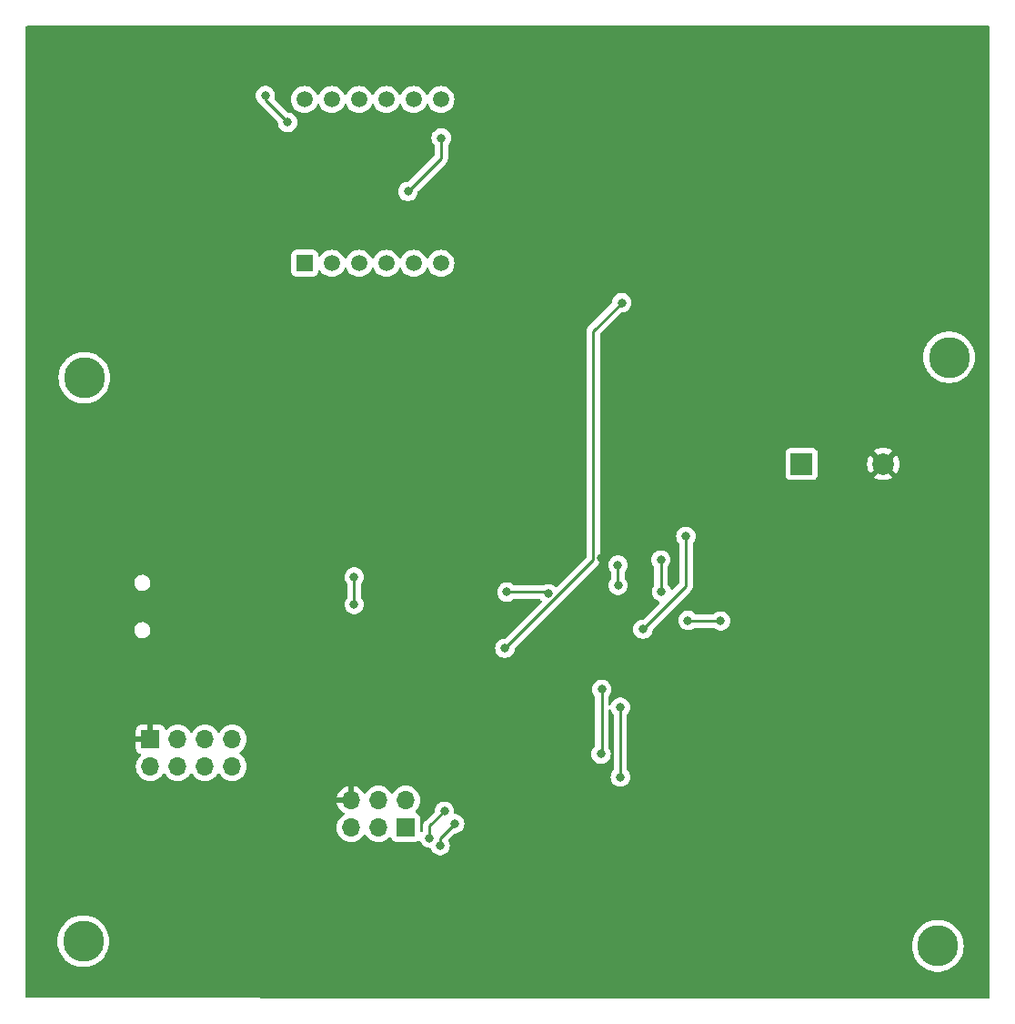
<source format=gbr>
%TF.GenerationSoftware,KiCad,Pcbnew,(7.0.0)*%
%TF.CreationDate,2023-04-20T18:13:23-06:00*%
%TF.ProjectId,Phase_B_ATMEGA_v3,50686173-655f-4425-9f41-544d4547415f,rev?*%
%TF.SameCoordinates,Original*%
%TF.FileFunction,Copper,L2,Bot*%
%TF.FilePolarity,Positive*%
%FSLAX46Y46*%
G04 Gerber Fmt 4.6, Leading zero omitted, Abs format (unit mm)*
G04 Created by KiCad (PCBNEW (7.0.0)) date 2023-04-20 18:13:23*
%MOMM*%
%LPD*%
G01*
G04 APERTURE LIST*
%TA.AperFunction,ComponentPad*%
%ADD10C,3.800000*%
%TD*%
%TA.AperFunction,ComponentPad*%
%ADD11R,2.000000X2.000000*%
%TD*%
%TA.AperFunction,ComponentPad*%
%ADD12C,2.000000*%
%TD*%
%TA.AperFunction,ComponentPad*%
%ADD13R,1.700000X1.700000*%
%TD*%
%TA.AperFunction,ComponentPad*%
%ADD14O,1.700000X1.700000*%
%TD*%
%TA.AperFunction,ComponentPad*%
%ADD15R,1.500000X1.500000*%
%TD*%
%TA.AperFunction,ComponentPad*%
%ADD16C,1.500000*%
%TD*%
%TA.AperFunction,ViaPad*%
%ADD17C,0.800000*%
%TD*%
%TA.AperFunction,Conductor*%
%ADD18C,0.250000*%
%TD*%
G04 APERTURE END LIST*
D10*
%TO.P,REF\u002A\u002A,1*%
%TO.N,N/C*%
X206050000Y-120050000D03*
%TD*%
%TO.P,REF\u002A\u002A,1*%
%TO.N,N/C*%
X126500000Y-119625000D03*
%TD*%
%TO.P,REF\u002A\u002A,1*%
%TO.N,N/C*%
X207100000Y-65300000D03*
%TD*%
%TO.P,REF\u002A\u002A,1*%
%TO.N,N/C*%
X126600000Y-67200000D03*
%TD*%
D11*
%TO.P,LS1,1,1*%
%TO.N,Buzzer*%
X193374999Y-75224999D03*
D12*
%TO.P,LS1,2,2*%
%TO.N,GND*%
X200975000Y-75225000D03*
%TD*%
D13*
%TO.P,J1,1,MISO*%
%TO.N,MISO*%
X156524999Y-109039999D03*
D14*
%TO.P,J1,2,VCC*%
%TO.N,+5V*%
X156524999Y-106499999D03*
%TO.P,J1,3,SCK*%
%TO.N,SCK*%
X153984999Y-109039999D03*
%TO.P,J1,4,MOSI*%
%TO.N,MOSI*%
X153984999Y-106499999D03*
%TO.P,J1,5,~{RST}*%
%TO.N,RST*%
X151444999Y-109039999D03*
%TO.P,J1,6,GND*%
%TO.N,GND*%
X151444999Y-106499999D03*
%TD*%
D15*
%TO.P,U1,1,e*%
%TO.N,Net-(U1-e)*%
X147099999Y-56552499D03*
D16*
%TO.P,U1,2,d*%
%TO.N,Net-(U1-d)*%
X149640000Y-56552500D03*
%TO.P,U1,3,DPX*%
%TO.N,Net-(U1-DPX)*%
X152180000Y-56552500D03*
%TO.P,U1,4,c*%
%TO.N,Net-(U1-c)*%
X154720000Y-56552500D03*
%TO.P,U1,5,g*%
%TO.N,Net-(U1-g)*%
X157260000Y-56552500D03*
%TO.P,U1,6,CA4*%
%TO.N,Dig4*%
X159800000Y-56552500D03*
%TO.P,U1,7,b*%
%TO.N,Net-(U1-b)*%
X159800000Y-41312500D03*
%TO.P,U1,8,CA3*%
%TO.N,Dig3*%
X157260000Y-41312500D03*
%TO.P,U1,9,CA2*%
%TO.N,Dig2*%
X154720000Y-41312500D03*
%TO.P,U1,10,f*%
%TO.N,Net-(U1-f)*%
X152180000Y-41312500D03*
%TO.P,U1,11,a*%
%TO.N,Net-(U1-a)*%
X149640000Y-41312500D03*
%TO.P,U1,12,CA1*%
%TO.N,Dig1*%
X147100000Y-41312500D03*
%TD*%
D13*
%TO.P,J3,1,Pin_1*%
%TO.N,GND*%
X132754999Y-100834999D03*
D14*
%TO.P,J3,2,Pin_2*%
%TO.N,TX*%
X132754999Y-103374999D03*
%TO.P,J3,3,Pin_3*%
%TO.N,unconnected-(J3-Pin_3-Pad3)*%
X135294999Y-100834999D03*
%TO.P,J3,4,Pin_4*%
%TO.N,+3.3V*%
X135294999Y-103374999D03*
%TO.P,J3,5,Pin_5*%
%TO.N,Net-(J3-Pin_5)*%
X137834999Y-100834999D03*
%TO.P,J3,6,Pin_6*%
%TO.N,+3.3V*%
X137834999Y-103374999D03*
%TO.P,J3,7,Pin_7*%
%TO.N,RX*%
X140374999Y-100834999D03*
%TO.P,J3,8,Pin_8*%
%TO.N,+3.3V*%
X140374999Y-103374999D03*
%TD*%
D17*
%TO.N,+5V*%
X151725000Y-85750000D03*
X165937701Y-87137299D03*
X151725000Y-88300000D03*
X169800201Y-87300201D03*
%TO.N,GND*%
X158700000Y-90200000D03*
X141700000Y-94075000D03*
X159100000Y-84675000D03*
X177475000Y-93875000D03*
X167300000Y-93450000D03*
X147750000Y-98150000D03*
X175225000Y-80275000D03*
X148650000Y-76475000D03*
X160575000Y-116900000D03*
X136250000Y-90150000D03*
X176050000Y-73000000D03*
X166775000Y-111250000D03*
X166600000Y-99525000D03*
X185200000Y-98075000D03*
X173375000Y-92975000D03*
X167325000Y-79850000D03*
X167300000Y-84574502D03*
X184725000Y-76125000D03*
X171525000Y-107775000D03*
X163850000Y-110175000D03*
X174700000Y-84000000D03*
X185200000Y-112475000D03*
X158700000Y-88725000D03*
X147475000Y-90200000D03*
X142300000Y-72400000D03*
X158575000Y-71000000D03*
X147625000Y-92175000D03*
X144175000Y-93075000D03*
X163275000Y-80450000D03*
X164300000Y-88125000D03*
X172050000Y-84400000D03*
X153125000Y-73300000D03*
X159850000Y-82175000D03*
X169125000Y-106450000D03*
%TO.N,MISO*%
X158750000Y-110025000D03*
X160125000Y-107525000D03*
%TO.N,RST*%
X159725201Y-110724799D03*
X161075000Y-108700000D03*
%TO.N,TX*%
X176500000Y-104350000D03*
X176500000Y-97850000D03*
%TO.N,RX*%
X174700000Y-102200000D03*
X174775000Y-96200000D03*
%TO.N,Buzzer*%
X185825000Y-89825000D03*
X182800000Y-89775000D03*
%TO.N,RED_LED*%
X176275000Y-84625000D03*
X176300000Y-86525000D03*
%TO.N,Net-(U1-b)*%
X156725000Y-49875000D03*
X159825000Y-44900000D03*
%TO.N,Dig4*%
X180275000Y-84150000D03*
X180325000Y-87100000D03*
%TO.N,Dig3*%
X176625000Y-60225000D03*
X165750000Y-92375000D03*
%TO.N,Dig2*%
X178600000Y-90600000D03*
X182600000Y-81950000D03*
%TO.N,Dig1*%
X143450000Y-40950000D03*
X145525000Y-43450000D03*
%TD*%
D18*
%TO.N,+5V*%
X169800201Y-87300201D02*
X169637299Y-87137299D01*
X169637299Y-87137299D02*
X165937701Y-87137299D01*
X151725000Y-85750000D02*
X151725000Y-88300000D01*
%TO.N,MISO*%
X158750000Y-108900000D02*
X160125000Y-107525000D01*
X158750000Y-110025000D02*
X158750000Y-108900000D01*
%TO.N,RST*%
X159725201Y-110049799D02*
X161075000Y-108700000D01*
X159725201Y-110724799D02*
X159725201Y-110049799D01*
%TO.N,TX*%
X176500000Y-97850000D02*
X176500000Y-104350000D01*
%TO.N,RX*%
X174775000Y-102125000D02*
X174700000Y-102200000D01*
X174775000Y-96200000D02*
X174775000Y-102125000D01*
%TO.N,Buzzer*%
X182850000Y-89825000D02*
X182800000Y-89775000D01*
X185825000Y-89825000D02*
X182850000Y-89825000D01*
%TO.N,RED_LED*%
X176275000Y-84625000D02*
X176275000Y-86500000D01*
X176275000Y-86500000D02*
X176300000Y-86525000D01*
%TO.N,Net-(U1-b)*%
X159825000Y-46775000D02*
X159825000Y-44900000D01*
X156725000Y-49875000D02*
X159825000Y-46775000D01*
%TO.N,Dig4*%
X180275000Y-87050000D02*
X180325000Y-87100000D01*
X180275000Y-84150000D02*
X180275000Y-87050000D01*
%TO.N,Dig3*%
X173975000Y-84150000D02*
X165750000Y-92375000D01*
X173975000Y-62875000D02*
X173975000Y-84150000D01*
X176625000Y-60225000D02*
X173975000Y-62875000D01*
%TO.N,Dig2*%
X182600000Y-81950000D02*
X182600000Y-86600000D01*
X182600000Y-86600000D02*
X178600000Y-90600000D01*
%TO.N,Dig1*%
X143450000Y-41375000D02*
X143450000Y-40950000D01*
X145525000Y-43450000D02*
X143450000Y-41375000D01*
%TD*%
%TA.AperFunction,Conductor*%
%TO.N,GND*%
G36*
X210812500Y-34492113D02*
G01*
X210857887Y-34537500D01*
X210874500Y-34599500D01*
X210874500Y-95394840D01*
X210850124Y-124800603D01*
X210833477Y-124862559D01*
X210788094Y-124907904D01*
X210726124Y-124924500D01*
X165090250Y-124924500D01*
X121249431Y-124900069D01*
X121187460Y-124883433D01*
X121142101Y-124838049D01*
X121125500Y-124776069D01*
X121125500Y-119625000D01*
X124094754Y-119625000D01*
X124113720Y-119926457D01*
X124114447Y-119930269D01*
X124114449Y-119930283D01*
X124169588Y-120219330D01*
X124170319Y-120223160D01*
X124171523Y-120226867D01*
X124171524Y-120226869D01*
X124213248Y-120355283D01*
X124263659Y-120510430D01*
X124392267Y-120783736D01*
X124394349Y-120787017D01*
X124394352Y-120787022D01*
X124552024Y-121035474D01*
X124552028Y-121035480D01*
X124554115Y-121038768D01*
X124746651Y-121271504D01*
X124966838Y-121478274D01*
X125211205Y-121655816D01*
X125475896Y-121801332D01*
X125756738Y-121912525D01*
X126049302Y-121987642D01*
X126348973Y-122025500D01*
X126647133Y-122025500D01*
X126651027Y-122025500D01*
X126950698Y-121987642D01*
X127243262Y-121912525D01*
X127524104Y-121801332D01*
X127788795Y-121655816D01*
X128033162Y-121478274D01*
X128253349Y-121271504D01*
X128445885Y-121038768D01*
X128607733Y-120783736D01*
X128736341Y-120510430D01*
X128829681Y-120223160D01*
X128862713Y-120050000D01*
X203644754Y-120050000D01*
X203663720Y-120351457D01*
X203664447Y-120355269D01*
X203664449Y-120355283D01*
X203719588Y-120644330D01*
X203720319Y-120648160D01*
X203813659Y-120935430D01*
X203942267Y-121208736D01*
X203944349Y-121212017D01*
X203944352Y-121212022D01*
X204102024Y-121460474D01*
X204102028Y-121460480D01*
X204104115Y-121463768D01*
X204296651Y-121696504D01*
X204516838Y-121903274D01*
X204761205Y-122080816D01*
X205025896Y-122226332D01*
X205306738Y-122337525D01*
X205599302Y-122412642D01*
X205898973Y-122450500D01*
X206197133Y-122450500D01*
X206201027Y-122450500D01*
X206500698Y-122412642D01*
X206793262Y-122337525D01*
X207074104Y-122226332D01*
X207338795Y-122080816D01*
X207583162Y-121903274D01*
X207803349Y-121696504D01*
X207995885Y-121463768D01*
X208157733Y-121208736D01*
X208286341Y-120935430D01*
X208379681Y-120648160D01*
X208436280Y-120351457D01*
X208455246Y-120050000D01*
X208436280Y-119748543D01*
X208379681Y-119451840D01*
X208286341Y-119164570D01*
X208157733Y-118891264D01*
X207995885Y-118636232D01*
X207803349Y-118403496D01*
X207583162Y-118196726D01*
X207338795Y-118019184D01*
X207335391Y-118017313D01*
X207335387Y-118017310D01*
X207077521Y-117875546D01*
X207077514Y-117875542D01*
X207074104Y-117873668D01*
X207070478Y-117872232D01*
X207070473Y-117872230D01*
X206796890Y-117763911D01*
X206796884Y-117763909D01*
X206793262Y-117762475D01*
X206789484Y-117761505D01*
X206789481Y-117761504D01*
X206504476Y-117688328D01*
X206504475Y-117688327D01*
X206500698Y-117687358D01*
X206496835Y-117686870D01*
X206496830Y-117686869D01*
X206204891Y-117649988D01*
X206204888Y-117649987D01*
X206201027Y-117649500D01*
X205898973Y-117649500D01*
X205895112Y-117649987D01*
X205895108Y-117649988D01*
X205603169Y-117686869D01*
X205603161Y-117686870D01*
X205599302Y-117687358D01*
X205595527Y-117688327D01*
X205595523Y-117688328D01*
X205310518Y-117761504D01*
X205310511Y-117761506D01*
X205306738Y-117762475D01*
X205303120Y-117763907D01*
X205303109Y-117763911D01*
X205029526Y-117872230D01*
X205029515Y-117872234D01*
X205025896Y-117873668D01*
X205022491Y-117875539D01*
X205022478Y-117875546D01*
X204764612Y-118017310D01*
X204764600Y-118017317D01*
X204761205Y-118019184D01*
X204758061Y-118021467D01*
X204758055Y-118021472D01*
X204519994Y-118194432D01*
X204519983Y-118194440D01*
X204516838Y-118196726D01*
X204514003Y-118199387D01*
X204513996Y-118199394D01*
X204299488Y-118400831D01*
X204299481Y-118400838D01*
X204296651Y-118403496D01*
X204294176Y-118406487D01*
X204294172Y-118406492D01*
X204106598Y-118633229D01*
X204106588Y-118633241D01*
X204104115Y-118636232D01*
X204102033Y-118639511D01*
X204102024Y-118639525D01*
X203944352Y-118887977D01*
X203944345Y-118887988D01*
X203942267Y-118891264D01*
X203940614Y-118894774D01*
X203940611Y-118894782D01*
X203876668Y-119030669D01*
X203813659Y-119164570D01*
X203812457Y-119168267D01*
X203812455Y-119168274D01*
X203762005Y-119323543D01*
X203720319Y-119451840D01*
X203719590Y-119455660D01*
X203719588Y-119455669D01*
X203664449Y-119744716D01*
X203664446Y-119744732D01*
X203663720Y-119748543D01*
X203644754Y-120050000D01*
X128862713Y-120050000D01*
X128886280Y-119926457D01*
X128905246Y-119625000D01*
X128886280Y-119323543D01*
X128829681Y-119026840D01*
X128736341Y-118739570D01*
X128607733Y-118466264D01*
X128445885Y-118211232D01*
X128253349Y-117978496D01*
X128033162Y-117771726D01*
X127788795Y-117594184D01*
X127785391Y-117592313D01*
X127785387Y-117592310D01*
X127527521Y-117450546D01*
X127527514Y-117450542D01*
X127524104Y-117448668D01*
X127520478Y-117447232D01*
X127520473Y-117447230D01*
X127246890Y-117338911D01*
X127246884Y-117338909D01*
X127243262Y-117337475D01*
X127239484Y-117336505D01*
X127239481Y-117336504D01*
X126954476Y-117263328D01*
X126954475Y-117263327D01*
X126950698Y-117262358D01*
X126946835Y-117261870D01*
X126946830Y-117261869D01*
X126654891Y-117224988D01*
X126654888Y-117224987D01*
X126651027Y-117224500D01*
X126348973Y-117224500D01*
X126345112Y-117224987D01*
X126345108Y-117224988D01*
X126053169Y-117261869D01*
X126053161Y-117261870D01*
X126049302Y-117262358D01*
X126045527Y-117263327D01*
X126045523Y-117263328D01*
X125760518Y-117336504D01*
X125760511Y-117336506D01*
X125756738Y-117337475D01*
X125753120Y-117338907D01*
X125753109Y-117338911D01*
X125479526Y-117447230D01*
X125479515Y-117447234D01*
X125475896Y-117448668D01*
X125472491Y-117450539D01*
X125472478Y-117450546D01*
X125214612Y-117592310D01*
X125214600Y-117592317D01*
X125211205Y-117594184D01*
X125208061Y-117596467D01*
X125208055Y-117596472D01*
X124969994Y-117769432D01*
X124969983Y-117769440D01*
X124966838Y-117771726D01*
X124964003Y-117774387D01*
X124963996Y-117774394D01*
X124749488Y-117975831D01*
X124749481Y-117975838D01*
X124746651Y-117978496D01*
X124744176Y-117981487D01*
X124744172Y-117981492D01*
X124556598Y-118208229D01*
X124556588Y-118208241D01*
X124554115Y-118211232D01*
X124552033Y-118214511D01*
X124552024Y-118214525D01*
X124394352Y-118462977D01*
X124394345Y-118462988D01*
X124392267Y-118466264D01*
X124390614Y-118469774D01*
X124390611Y-118469782D01*
X124265315Y-118736050D01*
X124263659Y-118739570D01*
X124170319Y-119026840D01*
X124169590Y-119030660D01*
X124169588Y-119030669D01*
X124114449Y-119319716D01*
X124114446Y-119319732D01*
X124113720Y-119323543D01*
X124094754Y-119625000D01*
X121125500Y-119625000D01*
X121125500Y-109040000D01*
X150089341Y-109040000D01*
X150089813Y-109045395D01*
X150104699Y-109215546D01*
X150109937Y-109275408D01*
X150111336Y-109280630D01*
X150111337Y-109280634D01*
X150169694Y-109498430D01*
X150169697Y-109498438D01*
X150171097Y-109503663D01*
X150173385Y-109508570D01*
X150173386Y-109508572D01*
X150268678Y-109712927D01*
X150268681Y-109712933D01*
X150270965Y-109717830D01*
X150274064Y-109722257D01*
X150274066Y-109722259D01*
X150403399Y-109906966D01*
X150403402Y-109906970D01*
X150406505Y-109911401D01*
X150573599Y-110078495D01*
X150578031Y-110081598D01*
X150578033Y-110081600D01*
X150713495Y-110176451D01*
X150767170Y-110214035D01*
X150981337Y-110313903D01*
X151209592Y-110375063D01*
X151445000Y-110395659D01*
X151680408Y-110375063D01*
X151908663Y-110313903D01*
X152122830Y-110214035D01*
X152316401Y-110078495D01*
X152483495Y-109911401D01*
X152613424Y-109725842D01*
X152657743Y-109686976D01*
X152715000Y-109672965D01*
X152772257Y-109686976D01*
X152816575Y-109725842D01*
X152943395Y-109906961D01*
X152943401Y-109906968D01*
X152946505Y-109911401D01*
X153113599Y-110078495D01*
X153118031Y-110081598D01*
X153118033Y-110081600D01*
X153253495Y-110176451D01*
X153307170Y-110214035D01*
X153521337Y-110313903D01*
X153749592Y-110375063D01*
X153985000Y-110395659D01*
X154220408Y-110375063D01*
X154448663Y-110313903D01*
X154662830Y-110214035D01*
X154856401Y-110078495D01*
X154978329Y-109956566D01*
X155031072Y-109925273D01*
X155092365Y-109923084D01*
X155147210Y-109950537D01*
X155182189Y-110000916D01*
X155231204Y-110132331D01*
X155236518Y-110139430D01*
X155236519Y-110139431D01*
X155292367Y-110214035D01*
X155317454Y-110247546D01*
X155432669Y-110333796D01*
X155567517Y-110384091D01*
X155627127Y-110390500D01*
X157422872Y-110390499D01*
X157482483Y-110384091D01*
X157617331Y-110333796D01*
X157708804Y-110265318D01*
X157762406Y-110242328D01*
X157820589Y-110246384D01*
X157870482Y-110276592D01*
X157901046Y-110326268D01*
X157917053Y-110375534D01*
X157922821Y-110393284D01*
X158017467Y-110557216D01*
X158144129Y-110697888D01*
X158149387Y-110701708D01*
X158149388Y-110701709D01*
X158181169Y-110724799D01*
X158297270Y-110809151D01*
X158470197Y-110886144D01*
X158655354Y-110925500D01*
X158753480Y-110925500D01*
X158803915Y-110936220D01*
X158845630Y-110966528D01*
X158871410Y-111011181D01*
X158898022Y-111093083D01*
X158992668Y-111257015D01*
X159119330Y-111397687D01*
X159272471Y-111508950D01*
X159445398Y-111585943D01*
X159630555Y-111625299D01*
X159813344Y-111625299D01*
X159819847Y-111625299D01*
X160005004Y-111585943D01*
X160177931Y-111508950D01*
X160331072Y-111397687D01*
X160457734Y-111257015D01*
X160552380Y-111093083D01*
X160610875Y-110913055D01*
X160630661Y-110724799D01*
X160610875Y-110536543D01*
X160552380Y-110356515D01*
X160508702Y-110280862D01*
X160492561Y-110229669D01*
X160499567Y-110176451D01*
X160528406Y-110131184D01*
X161022771Y-109636819D01*
X161063000Y-109609939D01*
X161110453Y-109600500D01*
X161163143Y-109600500D01*
X161169646Y-109600500D01*
X161354803Y-109561144D01*
X161527730Y-109484151D01*
X161680871Y-109372888D01*
X161807533Y-109232216D01*
X161902179Y-109068284D01*
X161960674Y-108888256D01*
X161980460Y-108700000D01*
X161960674Y-108511744D01*
X161902179Y-108331716D01*
X161807533Y-108167784D01*
X161797746Y-108156915D01*
X161685220Y-108031942D01*
X161685219Y-108031941D01*
X161680871Y-108027112D01*
X161675613Y-108023292D01*
X161675611Y-108023290D01*
X161532988Y-107919669D01*
X161532987Y-107919668D01*
X161527730Y-107915849D01*
X161521792Y-107913205D01*
X161360745Y-107841501D01*
X161360740Y-107841499D01*
X161354803Y-107838856D01*
X161348444Y-107837504D01*
X161348440Y-107837503D01*
X161176008Y-107800852D01*
X161176005Y-107800851D01*
X161169646Y-107799500D01*
X161163143Y-107799500D01*
X161139325Y-107799500D01*
X161073615Y-107780658D01*
X161027875Y-107729858D01*
X161016004Y-107662539D01*
X161030460Y-107525000D01*
X161010674Y-107336744D01*
X160952179Y-107156716D01*
X160857533Y-106992784D01*
X160826600Y-106958430D01*
X160735220Y-106856942D01*
X160735219Y-106856941D01*
X160730871Y-106852112D01*
X160725613Y-106848292D01*
X160725611Y-106848290D01*
X160582988Y-106744669D01*
X160582987Y-106744668D01*
X160577730Y-106740849D01*
X160571792Y-106738205D01*
X160410745Y-106666501D01*
X160410740Y-106666499D01*
X160404803Y-106663856D01*
X160398444Y-106662504D01*
X160398440Y-106662503D01*
X160226008Y-106625852D01*
X160226005Y-106625851D01*
X160219646Y-106624500D01*
X160030354Y-106624500D01*
X160023995Y-106625851D01*
X160023991Y-106625852D01*
X159851559Y-106662503D01*
X159851552Y-106662505D01*
X159845197Y-106663856D01*
X159839262Y-106666498D01*
X159839254Y-106666501D01*
X159678207Y-106738205D01*
X159678202Y-106738207D01*
X159672270Y-106740849D01*
X159667016Y-106744665D01*
X159667011Y-106744669D01*
X159524388Y-106848290D01*
X159524381Y-106848295D01*
X159519129Y-106852112D01*
X159514784Y-106856937D01*
X159514779Y-106856942D01*
X159396813Y-106987956D01*
X159396808Y-106987962D01*
X159392467Y-106992784D01*
X159389222Y-106998404D01*
X159389218Y-106998410D01*
X159301069Y-107151089D01*
X159301066Y-107151094D01*
X159297821Y-107156716D01*
X159295815Y-107162888D01*
X159295813Y-107162894D01*
X159241333Y-107330564D01*
X159241331Y-107330573D01*
X159239326Y-107336744D01*
X159238647Y-107343203D01*
X159238647Y-107343204D01*
X159221678Y-107504650D01*
X159210278Y-107545072D01*
X159186038Y-107579369D01*
X158362696Y-108402711D01*
X158354511Y-108410159D01*
X158348123Y-108414214D01*
X158342788Y-108419894D01*
X158342783Y-108419899D01*
X158302096Y-108463225D01*
X158299392Y-108466016D01*
X158282628Y-108482780D01*
X158282621Y-108482787D01*
X158279880Y-108485529D01*
X158277500Y-108488596D01*
X158277489Y-108488609D01*
X158277400Y-108488725D01*
X158269842Y-108497570D01*
X158245280Y-108523727D01*
X158245273Y-108523736D01*
X158239938Y-108529418D01*
X158236182Y-108536249D01*
X158236179Y-108536254D01*
X158230285Y-108546975D01*
X158219609Y-108563227D01*
X158212109Y-108572896D01*
X158212101Y-108572907D01*
X158207327Y-108579064D01*
X158204234Y-108586208D01*
X158204229Y-108586219D01*
X158189974Y-108619160D01*
X158184838Y-108629643D01*
X158163803Y-108667908D01*
X158161864Y-108675456D01*
X158161863Y-108675461D01*
X158158822Y-108687307D01*
X158152521Y-108705711D01*
X158147658Y-108716948D01*
X158147656Y-108716952D01*
X158144562Y-108724104D01*
X158143342Y-108731803D01*
X158143342Y-108731805D01*
X158137729Y-108767241D01*
X158135361Y-108778676D01*
X158126438Y-108813428D01*
X158126436Y-108813436D01*
X158124500Y-108820981D01*
X158124500Y-108828777D01*
X158124500Y-108841017D01*
X158122974Y-108860404D01*
X158121971Y-108866735D01*
X158113382Y-108886729D01*
X158122949Y-108913086D01*
X158123950Y-108923676D01*
X158124500Y-108935345D01*
X158124500Y-109326313D01*
X158116267Y-109370743D01*
X158092660Y-109409274D01*
X158091659Y-109410386D01*
X158042733Y-109443644D01*
X157983967Y-109450448D01*
X157928736Y-109429251D01*
X157889611Y-109384876D01*
X157875499Y-109327425D01*
X157875499Y-108924755D01*
X157885436Y-108886466D01*
X157875499Y-108847338D01*
X157875499Y-108145439D01*
X157875499Y-108142128D01*
X157869091Y-108082517D01*
X157818796Y-107947669D01*
X157732546Y-107832454D01*
X157725196Y-107826952D01*
X157624431Y-107751519D01*
X157624430Y-107751518D01*
X157617331Y-107746204D01*
X157528993Y-107713256D01*
X157485916Y-107697189D01*
X157435537Y-107662210D01*
X157408084Y-107607365D01*
X157410273Y-107546072D01*
X157441566Y-107493329D01*
X157563495Y-107371401D01*
X157699035Y-107177830D01*
X157798903Y-106963663D01*
X157860063Y-106735408D01*
X157880659Y-106500000D01*
X157860063Y-106264592D01*
X157798903Y-106036337D01*
X157699035Y-105822171D01*
X157563495Y-105628599D01*
X157396401Y-105461505D01*
X157391970Y-105458402D01*
X157391966Y-105458399D01*
X157207259Y-105329066D01*
X157207257Y-105329064D01*
X157202830Y-105325965D01*
X157197933Y-105323681D01*
X157197927Y-105323678D01*
X156993572Y-105228386D01*
X156993570Y-105228385D01*
X156988663Y-105226097D01*
X156983438Y-105224697D01*
X156983430Y-105224694D01*
X156765634Y-105166337D01*
X156765630Y-105166336D01*
X156760408Y-105164937D01*
X156755020Y-105164465D01*
X156755017Y-105164465D01*
X156530395Y-105144813D01*
X156525000Y-105144341D01*
X156519605Y-105144813D01*
X156294982Y-105164465D01*
X156294977Y-105164465D01*
X156289592Y-105164937D01*
X156284371Y-105166335D01*
X156284365Y-105166337D01*
X156066569Y-105224694D01*
X156066557Y-105224698D01*
X156061337Y-105226097D01*
X156056432Y-105228383D01*
X156056427Y-105228386D01*
X155852081Y-105323675D01*
X155852077Y-105323677D01*
X155847171Y-105325965D01*
X155842738Y-105329068D01*
X155842731Y-105329073D01*
X155658034Y-105458399D01*
X155658029Y-105458402D01*
X155653599Y-105461505D01*
X155649775Y-105465328D01*
X155649769Y-105465334D01*
X155490334Y-105624769D01*
X155490328Y-105624775D01*
X155486505Y-105628599D01*
X155483402Y-105633029D01*
X155483399Y-105633034D01*
X155356575Y-105814159D01*
X155312257Y-105853025D01*
X155255000Y-105867036D01*
X155197743Y-105853025D01*
X155153425Y-105814159D01*
X155142327Y-105798310D01*
X155023495Y-105628599D01*
X154856401Y-105461505D01*
X154851970Y-105458402D01*
X154851966Y-105458399D01*
X154667259Y-105329066D01*
X154667257Y-105329064D01*
X154662830Y-105325965D01*
X154657933Y-105323681D01*
X154657927Y-105323678D01*
X154453572Y-105228386D01*
X154453570Y-105228385D01*
X154448663Y-105226097D01*
X154443438Y-105224697D01*
X154443430Y-105224694D01*
X154225634Y-105166337D01*
X154225630Y-105166336D01*
X154220408Y-105164937D01*
X154215020Y-105164465D01*
X154215017Y-105164465D01*
X153990395Y-105144813D01*
X153985000Y-105144341D01*
X153979605Y-105144813D01*
X153754982Y-105164465D01*
X153754977Y-105164465D01*
X153749592Y-105164937D01*
X153744371Y-105166335D01*
X153744365Y-105166337D01*
X153526569Y-105224694D01*
X153526557Y-105224698D01*
X153521337Y-105226097D01*
X153516432Y-105228383D01*
X153516427Y-105228386D01*
X153312081Y-105323675D01*
X153312077Y-105323677D01*
X153307171Y-105325965D01*
X153302738Y-105329068D01*
X153302731Y-105329073D01*
X153118034Y-105458399D01*
X153118029Y-105458402D01*
X153113599Y-105461505D01*
X153109775Y-105465328D01*
X153109769Y-105465334D01*
X152950334Y-105624769D01*
X152950328Y-105624775D01*
X152946505Y-105628599D01*
X152943403Y-105633028D01*
X152943403Y-105633029D01*
X152816269Y-105814596D01*
X152771951Y-105853461D01*
X152714694Y-105867472D01*
X152657437Y-105853461D01*
X152613119Y-105814595D01*
X152486215Y-105633357D01*
X152479280Y-105625092D01*
X152319909Y-105465721D01*
X152311643Y-105458784D01*
X152127008Y-105329501D01*
X152117676Y-105324113D01*
X151913397Y-105228856D01*
X151903263Y-105225168D01*
X151708780Y-105173056D01*
X151697551Y-105172688D01*
X151695000Y-105183631D01*
X151695000Y-106626000D01*
X151678387Y-106688000D01*
X151633000Y-106733387D01*
X151571000Y-106750000D01*
X150128631Y-106750000D01*
X150117688Y-106752551D01*
X150118056Y-106763780D01*
X150170168Y-106958263D01*
X150173856Y-106968397D01*
X150269113Y-107172676D01*
X150274501Y-107182008D01*
X150403784Y-107366643D01*
X150410721Y-107374909D01*
X150570090Y-107534278D01*
X150578356Y-107541215D01*
X150759595Y-107668120D01*
X150798460Y-107712438D01*
X150812471Y-107769695D01*
X150798460Y-107826952D01*
X150759594Y-107871270D01*
X150578034Y-107998399D01*
X150578029Y-107998402D01*
X150573599Y-108001505D01*
X150569775Y-108005328D01*
X150569769Y-108005334D01*
X150410334Y-108164769D01*
X150410328Y-108164775D01*
X150406505Y-108168599D01*
X150403402Y-108173029D01*
X150403399Y-108173034D01*
X150274073Y-108357731D01*
X150274068Y-108357738D01*
X150270965Y-108362171D01*
X150268677Y-108367077D01*
X150268675Y-108367081D01*
X150173386Y-108571427D01*
X150173383Y-108571432D01*
X150171097Y-108576337D01*
X150169698Y-108581557D01*
X150169694Y-108581569D01*
X150111337Y-108799365D01*
X150111335Y-108799371D01*
X150109937Y-108804592D01*
X150109465Y-108809977D01*
X150109465Y-108809982D01*
X150100445Y-108913086D01*
X150089341Y-109040000D01*
X121125500Y-109040000D01*
X121125500Y-106247448D01*
X150117688Y-106247448D01*
X150128631Y-106250000D01*
X151178674Y-106250000D01*
X151191549Y-106246549D01*
X151195000Y-106233674D01*
X151195000Y-105183631D01*
X151192448Y-105172688D01*
X151181219Y-105173056D01*
X150986736Y-105225168D01*
X150976602Y-105228856D01*
X150772332Y-105324110D01*
X150762982Y-105329508D01*
X150578357Y-105458784D01*
X150570092Y-105465719D01*
X150410719Y-105625092D01*
X150403784Y-105633357D01*
X150274508Y-105817982D01*
X150269110Y-105827332D01*
X150173856Y-106031602D01*
X150170168Y-106041736D01*
X150118056Y-106236219D01*
X150117688Y-106247448D01*
X121125500Y-106247448D01*
X121125500Y-103375000D01*
X131399341Y-103375000D01*
X131419937Y-103610408D01*
X131421336Y-103615630D01*
X131421337Y-103615634D01*
X131479694Y-103833430D01*
X131479697Y-103833438D01*
X131481097Y-103838663D01*
X131483385Y-103843570D01*
X131483386Y-103843572D01*
X131578678Y-104047927D01*
X131578681Y-104047933D01*
X131580965Y-104052830D01*
X131584064Y-104057257D01*
X131584066Y-104057259D01*
X131713399Y-104241966D01*
X131713402Y-104241970D01*
X131716505Y-104246401D01*
X131883599Y-104413495D01*
X132077170Y-104549035D01*
X132291337Y-104648903D01*
X132519592Y-104710063D01*
X132755000Y-104730659D01*
X132990408Y-104710063D01*
X133218663Y-104648903D01*
X133432830Y-104549035D01*
X133626401Y-104413495D01*
X133793495Y-104246401D01*
X133923424Y-104060842D01*
X133967743Y-104021976D01*
X134025000Y-104007965D01*
X134082257Y-104021976D01*
X134126575Y-104060842D01*
X134253395Y-104241961D01*
X134253401Y-104241968D01*
X134256505Y-104246401D01*
X134423599Y-104413495D01*
X134617170Y-104549035D01*
X134831337Y-104648903D01*
X135059592Y-104710063D01*
X135295000Y-104730659D01*
X135530408Y-104710063D01*
X135758663Y-104648903D01*
X135972830Y-104549035D01*
X136166401Y-104413495D01*
X136333495Y-104246401D01*
X136463424Y-104060842D01*
X136507743Y-104021976D01*
X136565000Y-104007965D01*
X136622257Y-104021976D01*
X136666575Y-104060842D01*
X136793395Y-104241961D01*
X136793401Y-104241968D01*
X136796505Y-104246401D01*
X136963599Y-104413495D01*
X137157170Y-104549035D01*
X137371337Y-104648903D01*
X137599592Y-104710063D01*
X137835000Y-104730659D01*
X138070408Y-104710063D01*
X138298663Y-104648903D01*
X138512830Y-104549035D01*
X138706401Y-104413495D01*
X138873495Y-104246401D01*
X139003424Y-104060842D01*
X139047743Y-104021976D01*
X139105000Y-104007965D01*
X139162257Y-104021976D01*
X139206575Y-104060842D01*
X139333395Y-104241961D01*
X139333401Y-104241968D01*
X139336505Y-104246401D01*
X139503599Y-104413495D01*
X139697170Y-104549035D01*
X139911337Y-104648903D01*
X140139592Y-104710063D01*
X140375000Y-104730659D01*
X140610408Y-104710063D01*
X140838663Y-104648903D01*
X141052830Y-104549035D01*
X141246401Y-104413495D01*
X141413495Y-104246401D01*
X141549035Y-104052830D01*
X141648903Y-103838663D01*
X141710063Y-103610408D01*
X141730659Y-103375000D01*
X141710063Y-103139592D01*
X141648903Y-102911337D01*
X141549035Y-102697171D01*
X141413495Y-102503599D01*
X141246401Y-102336505D01*
X141241968Y-102333401D01*
X141241961Y-102333395D01*
X141060842Y-102206575D01*
X141055076Y-102200000D01*
X173794540Y-102200000D01*
X173795219Y-102206460D01*
X173813646Y-102381795D01*
X173813647Y-102381803D01*
X173814326Y-102388256D01*
X173816331Y-102394428D01*
X173816333Y-102394435D01*
X173851803Y-102503599D01*
X173872821Y-102568284D01*
X173876068Y-102573908D01*
X173876069Y-102573910D01*
X173950068Y-102702081D01*
X173967467Y-102732216D01*
X174094129Y-102872888D01*
X174247270Y-102984151D01*
X174420197Y-103061144D01*
X174605354Y-103100500D01*
X174788143Y-103100500D01*
X174794646Y-103100500D01*
X174979803Y-103061144D01*
X175152730Y-102984151D01*
X175305871Y-102872888D01*
X175432533Y-102732216D01*
X175527179Y-102568284D01*
X175585674Y-102388256D01*
X175605460Y-102200000D01*
X175585674Y-102011744D01*
X175527179Y-101831716D01*
X175432533Y-101667784D01*
X175428185Y-101662955D01*
X175424363Y-101657694D01*
X175425703Y-101656720D01*
X175408749Y-101629080D01*
X175400500Y-101584608D01*
X175400500Y-98163072D01*
X175419803Y-98096630D01*
X175471703Y-98050873D01*
X175540041Y-98040050D01*
X175603540Y-98067528D01*
X175642431Y-98124754D01*
X175672821Y-98218284D01*
X175767467Y-98382216D01*
X175771811Y-98387041D01*
X175771813Y-98387043D01*
X175842650Y-98465715D01*
X175866264Y-98504249D01*
X175874500Y-98548687D01*
X175874500Y-103651313D01*
X175866264Y-103695751D01*
X175842650Y-103734285D01*
X175771813Y-103812956D01*
X175771808Y-103812962D01*
X175767467Y-103817784D01*
X175764222Y-103823404D01*
X175764218Y-103823410D01*
X175676069Y-103976089D01*
X175676066Y-103976094D01*
X175672821Y-103981716D01*
X175670815Y-103987888D01*
X175670813Y-103987894D01*
X175616333Y-104155564D01*
X175616331Y-104155573D01*
X175614326Y-104161744D01*
X175613648Y-104168194D01*
X175613646Y-104168204D01*
X175595962Y-104336464D01*
X175594540Y-104350000D01*
X175595219Y-104356460D01*
X175613646Y-104531795D01*
X175613647Y-104531803D01*
X175614326Y-104538256D01*
X175616331Y-104544428D01*
X175616333Y-104544435D01*
X175670150Y-104710063D01*
X175672821Y-104718284D01*
X175767467Y-104882216D01*
X175894129Y-105022888D01*
X176047270Y-105134151D01*
X176220197Y-105211144D01*
X176405354Y-105250500D01*
X176588143Y-105250500D01*
X176594646Y-105250500D01*
X176779803Y-105211144D01*
X176952730Y-105134151D01*
X177105871Y-105022888D01*
X177232533Y-104882216D01*
X177327179Y-104718284D01*
X177385674Y-104538256D01*
X177405460Y-104350000D01*
X177385674Y-104161744D01*
X177327179Y-103981716D01*
X177232533Y-103817784D01*
X177157349Y-103734284D01*
X177133736Y-103695751D01*
X177125500Y-103651313D01*
X177125500Y-98548687D01*
X177133736Y-98504249D01*
X177157350Y-98465715D01*
X177232533Y-98382216D01*
X177327179Y-98218284D01*
X177385674Y-98038256D01*
X177405460Y-97850000D01*
X177385674Y-97661744D01*
X177327179Y-97481716D01*
X177232533Y-97317784D01*
X177105871Y-97177112D01*
X177100613Y-97173292D01*
X177100611Y-97173290D01*
X176957988Y-97069669D01*
X176957987Y-97069668D01*
X176952730Y-97065849D01*
X176946792Y-97063205D01*
X176785745Y-96991501D01*
X176785740Y-96991499D01*
X176779803Y-96988856D01*
X176773444Y-96987504D01*
X176773440Y-96987503D01*
X176601008Y-96950852D01*
X176601005Y-96950851D01*
X176594646Y-96949500D01*
X176405354Y-96949500D01*
X176398995Y-96950851D01*
X176398991Y-96950852D01*
X176226559Y-96987503D01*
X176226552Y-96987505D01*
X176220197Y-96988856D01*
X176214262Y-96991498D01*
X176214254Y-96991501D01*
X176053207Y-97063205D01*
X176053202Y-97063207D01*
X176047270Y-97065849D01*
X176042016Y-97069665D01*
X176042011Y-97069669D01*
X175899388Y-97173290D01*
X175899381Y-97173295D01*
X175894129Y-97177112D01*
X175889784Y-97181937D01*
X175889779Y-97181942D01*
X175771813Y-97312956D01*
X175771808Y-97312962D01*
X175767467Y-97317784D01*
X175764222Y-97323404D01*
X175764218Y-97323410D01*
X175676069Y-97476089D01*
X175676066Y-97476094D01*
X175672821Y-97481716D01*
X175670815Y-97487888D01*
X175670813Y-97487894D01*
X175642431Y-97575246D01*
X175603540Y-97632472D01*
X175540041Y-97659950D01*
X175471703Y-97649127D01*
X175419803Y-97603370D01*
X175400500Y-97536928D01*
X175400500Y-96898687D01*
X175408736Y-96854249D01*
X175432350Y-96815715D01*
X175507533Y-96732216D01*
X175602179Y-96568284D01*
X175660674Y-96388256D01*
X175680460Y-96200000D01*
X175660674Y-96011744D01*
X175602179Y-95831716D01*
X175507533Y-95667784D01*
X175380871Y-95527112D01*
X175375613Y-95523292D01*
X175375611Y-95523290D01*
X175232988Y-95419669D01*
X175232987Y-95419668D01*
X175227730Y-95415849D01*
X175180544Y-95394840D01*
X175060745Y-95341501D01*
X175060740Y-95341499D01*
X175054803Y-95338856D01*
X175048444Y-95337504D01*
X175048440Y-95337503D01*
X174876008Y-95300852D01*
X174876005Y-95300851D01*
X174869646Y-95299500D01*
X174680354Y-95299500D01*
X174673995Y-95300851D01*
X174673991Y-95300852D01*
X174501559Y-95337503D01*
X174501552Y-95337505D01*
X174495197Y-95338856D01*
X174489262Y-95341498D01*
X174489254Y-95341501D01*
X174328207Y-95413205D01*
X174328202Y-95413207D01*
X174322270Y-95415849D01*
X174317016Y-95419665D01*
X174317011Y-95419669D01*
X174174388Y-95523290D01*
X174174381Y-95523295D01*
X174169129Y-95527112D01*
X174164784Y-95531937D01*
X174164779Y-95531942D01*
X174046813Y-95662956D01*
X174046808Y-95662962D01*
X174042467Y-95667784D01*
X174039222Y-95673404D01*
X174039218Y-95673410D01*
X173951069Y-95826089D01*
X173951066Y-95826094D01*
X173947821Y-95831716D01*
X173945815Y-95837888D01*
X173945813Y-95837894D01*
X173891333Y-96005564D01*
X173891331Y-96005573D01*
X173889326Y-96011744D01*
X173888648Y-96018194D01*
X173888646Y-96018204D01*
X173870962Y-96186464D01*
X173869540Y-96200000D01*
X173870219Y-96206460D01*
X173888646Y-96381795D01*
X173888647Y-96381803D01*
X173889326Y-96388256D01*
X173891331Y-96394428D01*
X173891333Y-96394435D01*
X173945813Y-96562105D01*
X173947821Y-96568284D01*
X174042467Y-96732216D01*
X174046811Y-96737041D01*
X174046813Y-96737043D01*
X174117650Y-96815715D01*
X174141264Y-96854249D01*
X174149500Y-96898687D01*
X174149500Y-101423702D01*
X174135984Y-101479998D01*
X174103447Y-101518092D01*
X174104215Y-101518945D01*
X174099386Y-101523292D01*
X174094129Y-101527112D01*
X174089784Y-101531937D01*
X174089779Y-101531942D01*
X173971813Y-101662956D01*
X173971808Y-101662962D01*
X173967467Y-101667784D01*
X173964222Y-101673404D01*
X173964218Y-101673410D01*
X173876069Y-101826089D01*
X173876066Y-101826094D01*
X173872821Y-101831716D01*
X173870815Y-101837888D01*
X173870813Y-101837894D01*
X173816333Y-102005564D01*
X173816331Y-102005573D01*
X173814326Y-102011744D01*
X173813648Y-102018194D01*
X173813646Y-102018204D01*
X173798507Y-102162257D01*
X173794540Y-102200000D01*
X141055076Y-102200000D01*
X141021976Y-102162257D01*
X141007965Y-102105000D01*
X141021976Y-102047743D01*
X141060842Y-102003425D01*
X141241961Y-101876604D01*
X141241961Y-101876603D01*
X141246401Y-101873495D01*
X141413495Y-101706401D01*
X141549035Y-101512830D01*
X141648903Y-101298663D01*
X141710063Y-101070408D01*
X141730659Y-100835000D01*
X141710063Y-100599592D01*
X141648903Y-100371337D01*
X141549035Y-100157171D01*
X141413495Y-99963599D01*
X141246401Y-99796505D01*
X141241970Y-99793402D01*
X141241966Y-99793399D01*
X141057259Y-99664066D01*
X141057257Y-99664064D01*
X141052830Y-99660965D01*
X141047933Y-99658681D01*
X141047927Y-99658678D01*
X140843572Y-99563386D01*
X140843570Y-99563385D01*
X140838663Y-99561097D01*
X140833438Y-99559697D01*
X140833430Y-99559694D01*
X140615634Y-99501337D01*
X140615630Y-99501336D01*
X140610408Y-99499937D01*
X140605020Y-99499465D01*
X140605017Y-99499465D01*
X140380395Y-99479813D01*
X140375000Y-99479341D01*
X140369605Y-99479813D01*
X140144982Y-99499465D01*
X140144977Y-99499465D01*
X140139592Y-99499937D01*
X140134371Y-99501335D01*
X140134365Y-99501337D01*
X139916569Y-99559694D01*
X139916557Y-99559698D01*
X139911337Y-99561097D01*
X139906432Y-99563383D01*
X139906427Y-99563386D01*
X139702081Y-99658675D01*
X139702077Y-99658677D01*
X139697171Y-99660965D01*
X139692738Y-99664068D01*
X139692731Y-99664073D01*
X139508034Y-99793399D01*
X139508029Y-99793402D01*
X139503599Y-99796505D01*
X139499775Y-99800328D01*
X139499769Y-99800334D01*
X139340334Y-99959769D01*
X139340328Y-99959775D01*
X139336505Y-99963599D01*
X139333402Y-99968029D01*
X139333399Y-99968034D01*
X139206575Y-100149159D01*
X139162257Y-100188025D01*
X139105000Y-100202036D01*
X139047743Y-100188025D01*
X139003425Y-100149159D01*
X138876600Y-99968034D01*
X138873495Y-99963599D01*
X138706401Y-99796505D01*
X138701970Y-99793402D01*
X138701966Y-99793399D01*
X138517259Y-99664066D01*
X138517257Y-99664064D01*
X138512830Y-99660965D01*
X138507933Y-99658681D01*
X138507927Y-99658678D01*
X138303572Y-99563386D01*
X138303570Y-99563385D01*
X138298663Y-99561097D01*
X138293438Y-99559697D01*
X138293430Y-99559694D01*
X138075634Y-99501337D01*
X138075630Y-99501336D01*
X138070408Y-99499937D01*
X138065020Y-99499465D01*
X138065017Y-99499465D01*
X137840395Y-99479813D01*
X137835000Y-99479341D01*
X137829605Y-99479813D01*
X137604982Y-99499465D01*
X137604977Y-99499465D01*
X137599592Y-99499937D01*
X137594371Y-99501335D01*
X137594365Y-99501337D01*
X137376569Y-99559694D01*
X137376557Y-99559698D01*
X137371337Y-99561097D01*
X137366432Y-99563383D01*
X137366427Y-99563386D01*
X137162081Y-99658675D01*
X137162077Y-99658677D01*
X137157171Y-99660965D01*
X137152738Y-99664068D01*
X137152731Y-99664073D01*
X136968034Y-99793399D01*
X136968029Y-99793402D01*
X136963599Y-99796505D01*
X136959775Y-99800328D01*
X136959769Y-99800334D01*
X136800334Y-99959769D01*
X136800328Y-99959775D01*
X136796505Y-99963599D01*
X136793402Y-99968029D01*
X136793399Y-99968034D01*
X136666575Y-100149159D01*
X136622257Y-100188025D01*
X136565000Y-100202036D01*
X136507743Y-100188025D01*
X136463425Y-100149159D01*
X136336600Y-99968034D01*
X136333495Y-99963599D01*
X136166401Y-99796505D01*
X136161970Y-99793402D01*
X136161966Y-99793399D01*
X135977259Y-99664066D01*
X135977257Y-99664064D01*
X135972830Y-99660965D01*
X135967933Y-99658681D01*
X135967927Y-99658678D01*
X135763572Y-99563386D01*
X135763570Y-99563385D01*
X135758663Y-99561097D01*
X135753438Y-99559697D01*
X135753430Y-99559694D01*
X135535634Y-99501337D01*
X135535630Y-99501336D01*
X135530408Y-99499937D01*
X135525020Y-99499465D01*
X135525017Y-99499465D01*
X135300395Y-99479813D01*
X135295000Y-99479341D01*
X135289605Y-99479813D01*
X135064982Y-99499465D01*
X135064977Y-99499465D01*
X135059592Y-99499937D01*
X135054371Y-99501335D01*
X135054365Y-99501337D01*
X134836569Y-99559694D01*
X134836557Y-99559698D01*
X134831337Y-99561097D01*
X134826432Y-99563383D01*
X134826427Y-99563386D01*
X134622081Y-99658675D01*
X134622077Y-99658677D01*
X134617171Y-99660965D01*
X134612738Y-99664068D01*
X134612731Y-99664073D01*
X134428034Y-99793399D01*
X134428029Y-99793402D01*
X134423599Y-99796505D01*
X134419775Y-99800328D01*
X134419775Y-99800329D01*
X134301285Y-99918819D01*
X134248538Y-99950114D01*
X134187246Y-99952303D01*
X134132401Y-99924850D01*
X134097422Y-99874471D01*
X134051451Y-99751220D01*
X134043037Y-99735810D01*
X133967501Y-99634907D01*
X133955092Y-99622498D01*
X133854189Y-99546962D01*
X133838777Y-99538547D01*
X133719641Y-99494111D01*
X133704667Y-99490573D01*
X133656114Y-99485353D01*
X133649518Y-99485000D01*
X133021326Y-99485000D01*
X133008450Y-99488450D01*
X133005000Y-99501326D01*
X133005000Y-100961000D01*
X132988387Y-101023000D01*
X132943000Y-101068387D01*
X132881000Y-101085000D01*
X131421326Y-101085000D01*
X131408450Y-101088450D01*
X131405000Y-101101326D01*
X131405000Y-101729518D01*
X131405353Y-101736114D01*
X131410573Y-101784667D01*
X131414111Y-101799641D01*
X131458547Y-101918777D01*
X131466962Y-101934189D01*
X131542498Y-102035092D01*
X131554907Y-102047501D01*
X131655810Y-102123037D01*
X131671220Y-102131451D01*
X131794471Y-102177422D01*
X131844850Y-102212401D01*
X131872303Y-102267246D01*
X131870114Y-102328538D01*
X131838819Y-102381285D01*
X131716505Y-102503599D01*
X131713402Y-102508029D01*
X131713399Y-102508034D01*
X131584073Y-102692731D01*
X131584068Y-102692738D01*
X131580965Y-102697171D01*
X131578677Y-102702077D01*
X131578675Y-102702081D01*
X131483386Y-102906427D01*
X131483383Y-102906432D01*
X131481097Y-102911337D01*
X131479698Y-102916557D01*
X131479694Y-102916569D01*
X131421337Y-103134365D01*
X131421335Y-103134371D01*
X131419937Y-103139592D01*
X131399341Y-103375000D01*
X121125500Y-103375000D01*
X121125500Y-100568674D01*
X131405000Y-100568674D01*
X131408450Y-100581549D01*
X131421326Y-100585000D01*
X132488674Y-100585000D01*
X132501549Y-100581549D01*
X132505000Y-100568674D01*
X132505000Y-99501326D01*
X132501549Y-99488450D01*
X132488674Y-99485000D01*
X131860482Y-99485000D01*
X131853885Y-99485353D01*
X131805332Y-99490573D01*
X131790358Y-99494111D01*
X131671222Y-99538547D01*
X131655810Y-99546962D01*
X131554907Y-99622498D01*
X131542498Y-99634907D01*
X131466962Y-99735810D01*
X131458547Y-99751222D01*
X131414111Y-99870358D01*
X131410573Y-99885332D01*
X131405353Y-99933885D01*
X131405000Y-99940482D01*
X131405000Y-100568674D01*
X121125500Y-100568674D01*
X121125500Y-92375000D01*
X164844540Y-92375000D01*
X164845219Y-92381460D01*
X164863646Y-92556795D01*
X164863647Y-92556803D01*
X164864326Y-92563256D01*
X164866331Y-92569428D01*
X164866333Y-92569435D01*
X164920813Y-92737105D01*
X164922821Y-92743284D01*
X165017467Y-92907216D01*
X165144129Y-93047888D01*
X165297270Y-93159151D01*
X165470197Y-93236144D01*
X165655354Y-93275500D01*
X165838143Y-93275500D01*
X165844646Y-93275500D01*
X166029803Y-93236144D01*
X166202730Y-93159151D01*
X166355871Y-93047888D01*
X166482533Y-92907216D01*
X166577179Y-92743284D01*
X166635674Y-92563256D01*
X166653321Y-92395344D01*
X166664721Y-92354925D01*
X166688958Y-92320630D01*
X168409588Y-90600000D01*
X177694540Y-90600000D01*
X177695219Y-90606460D01*
X177713646Y-90781795D01*
X177713647Y-90781803D01*
X177714326Y-90788256D01*
X177716331Y-90794428D01*
X177716333Y-90794435D01*
X177770813Y-90962105D01*
X177772821Y-90968284D01*
X177776068Y-90973908D01*
X177776069Y-90973910D01*
X177821618Y-91052804D01*
X177867467Y-91132216D01*
X177871811Y-91137041D01*
X177871813Y-91137043D01*
X177926853Y-91198171D01*
X177994129Y-91272888D01*
X178147270Y-91384151D01*
X178320197Y-91461144D01*
X178505354Y-91500500D01*
X178688143Y-91500500D01*
X178694646Y-91500500D01*
X178879803Y-91461144D01*
X179052730Y-91384151D01*
X179205871Y-91272888D01*
X179332533Y-91132216D01*
X179427179Y-90968284D01*
X179485674Y-90788256D01*
X179503321Y-90620344D01*
X179514721Y-90579925D01*
X179538958Y-90545630D01*
X180309588Y-89775000D01*
X181894540Y-89775000D01*
X181895219Y-89781460D01*
X181913646Y-89956795D01*
X181913647Y-89956803D01*
X181914326Y-89963256D01*
X181916331Y-89969428D01*
X181916333Y-89969435D01*
X181970813Y-90137105D01*
X181972821Y-90143284D01*
X181976068Y-90148908D01*
X181976069Y-90148910D01*
X182058335Y-90291400D01*
X182067467Y-90307216D01*
X182071811Y-90312041D01*
X182071813Y-90312043D01*
X182156020Y-90405564D01*
X182194129Y-90447888D01*
X182199387Y-90451708D01*
X182199388Y-90451709D01*
X182252518Y-90490310D01*
X182347270Y-90559151D01*
X182465507Y-90611794D01*
X182508789Y-90631065D01*
X182520197Y-90636144D01*
X182705354Y-90675500D01*
X182888143Y-90675500D01*
X182894646Y-90675500D01*
X183079803Y-90636144D01*
X183252730Y-90559151D01*
X183369681Y-90474181D01*
X183404247Y-90456569D01*
X183442565Y-90450500D01*
X185121252Y-90450500D01*
X185171685Y-90461219D01*
X185209781Y-90488895D01*
X185209950Y-90488709D01*
X185211728Y-90490310D01*
X185213398Y-90491523D01*
X185219129Y-90497888D01*
X185372270Y-90609151D01*
X185545197Y-90686144D01*
X185730354Y-90725500D01*
X185913143Y-90725500D01*
X185919646Y-90725500D01*
X186104803Y-90686144D01*
X186277730Y-90609151D01*
X186430871Y-90497888D01*
X186557533Y-90357216D01*
X186652179Y-90193284D01*
X186710674Y-90013256D01*
X186730460Y-89825000D01*
X186710674Y-89636744D01*
X186652179Y-89456716D01*
X186557533Y-89292784D01*
X186473539Y-89199500D01*
X186435220Y-89156942D01*
X186435219Y-89156941D01*
X186430871Y-89152112D01*
X186425613Y-89148292D01*
X186425611Y-89148290D01*
X186282988Y-89044669D01*
X186282987Y-89044668D01*
X186277730Y-89040849D01*
X186271792Y-89038205D01*
X186110745Y-88966501D01*
X186110740Y-88966499D01*
X186104803Y-88963856D01*
X186098444Y-88962504D01*
X186098440Y-88962503D01*
X185926008Y-88925852D01*
X185926005Y-88925851D01*
X185919646Y-88924500D01*
X185730354Y-88924500D01*
X185723995Y-88925851D01*
X185723991Y-88925852D01*
X185551559Y-88962503D01*
X185551552Y-88962505D01*
X185545197Y-88963856D01*
X185539262Y-88966498D01*
X185539254Y-88966501D01*
X185378207Y-89038205D01*
X185378202Y-89038207D01*
X185372270Y-89040849D01*
X185367016Y-89044665D01*
X185367011Y-89044669D01*
X185224388Y-89148290D01*
X185224381Y-89148295D01*
X185219129Y-89152112D01*
X185213403Y-89158472D01*
X185213399Y-89158476D01*
X185211728Y-89159689D01*
X185209950Y-89161291D01*
X185209781Y-89161104D01*
X185171685Y-89188781D01*
X185121252Y-89199500D01*
X183548768Y-89199500D01*
X183498333Y-89188780D01*
X183456618Y-89158472D01*
X183455239Y-89156941D01*
X183405871Y-89102112D01*
X183400613Y-89098292D01*
X183400611Y-89098290D01*
X183257988Y-88994669D01*
X183257987Y-88994668D01*
X183252730Y-88990849D01*
X183246792Y-88988205D01*
X183085745Y-88916501D01*
X183085740Y-88916499D01*
X183079803Y-88913856D01*
X183073444Y-88912504D01*
X183073440Y-88912503D01*
X182901008Y-88875852D01*
X182901005Y-88875851D01*
X182894646Y-88874500D01*
X182705354Y-88874500D01*
X182698995Y-88875851D01*
X182698991Y-88875852D01*
X182526559Y-88912503D01*
X182526552Y-88912505D01*
X182520197Y-88913856D01*
X182514262Y-88916498D01*
X182514254Y-88916501D01*
X182353207Y-88988205D01*
X182353202Y-88988207D01*
X182347270Y-88990849D01*
X182342016Y-88994665D01*
X182342011Y-88994669D01*
X182199388Y-89098290D01*
X182199381Y-89098295D01*
X182194129Y-89102112D01*
X182189784Y-89106937D01*
X182189779Y-89106942D01*
X182071813Y-89237956D01*
X182071808Y-89237962D01*
X182067467Y-89242784D01*
X182064222Y-89248404D01*
X182064218Y-89248410D01*
X181976069Y-89401089D01*
X181976066Y-89401094D01*
X181972821Y-89406716D01*
X181970815Y-89412888D01*
X181970813Y-89412894D01*
X181916333Y-89580564D01*
X181916331Y-89580573D01*
X181914326Y-89586744D01*
X181913648Y-89593194D01*
X181913646Y-89593204D01*
X181906292Y-89663181D01*
X181894540Y-89775000D01*
X180309588Y-89775000D01*
X182987311Y-87097278D01*
X182995481Y-87089844D01*
X183001877Y-87085786D01*
X183047918Y-87036756D01*
X183050535Y-87034054D01*
X183070120Y-87014471D01*
X183072585Y-87011292D01*
X183080167Y-87002416D01*
X183110062Y-86970582D01*
X183119713Y-86953023D01*
X183130390Y-86936770D01*
X183142673Y-86920936D01*
X183160018Y-86880852D01*
X183165151Y-86870371D01*
X183186197Y-86832092D01*
X183191179Y-86812684D01*
X183197482Y-86794276D01*
X183205437Y-86775896D01*
X183212271Y-86732744D01*
X183214633Y-86721338D01*
X183225500Y-86679019D01*
X183225500Y-86658983D01*
X183227027Y-86639585D01*
X183228939Y-86627513D01*
X183228938Y-86627513D01*
X183230160Y-86619804D01*
X183226050Y-86576324D01*
X183225500Y-86564655D01*
X183225500Y-82648687D01*
X183233736Y-82604249D01*
X183257350Y-82565715D01*
X183332533Y-82482216D01*
X183427179Y-82318284D01*
X183485674Y-82138256D01*
X183505460Y-81950000D01*
X183485674Y-81761744D01*
X183427179Y-81581716D01*
X183332533Y-81417784D01*
X183205871Y-81277112D01*
X183200613Y-81273292D01*
X183200611Y-81273290D01*
X183057988Y-81169669D01*
X183057987Y-81169668D01*
X183052730Y-81165849D01*
X183046792Y-81163205D01*
X182885745Y-81091501D01*
X182885740Y-81091499D01*
X182879803Y-81088856D01*
X182873444Y-81087504D01*
X182873440Y-81087503D01*
X182701008Y-81050852D01*
X182701005Y-81050851D01*
X182694646Y-81049500D01*
X182505354Y-81049500D01*
X182498995Y-81050851D01*
X182498991Y-81050852D01*
X182326559Y-81087503D01*
X182326552Y-81087505D01*
X182320197Y-81088856D01*
X182314262Y-81091498D01*
X182314254Y-81091501D01*
X182153207Y-81163205D01*
X182153202Y-81163207D01*
X182147270Y-81165849D01*
X182142016Y-81169665D01*
X182142011Y-81169669D01*
X181999388Y-81273290D01*
X181999381Y-81273295D01*
X181994129Y-81277112D01*
X181989784Y-81281937D01*
X181989779Y-81281942D01*
X181871813Y-81412956D01*
X181871808Y-81412962D01*
X181867467Y-81417784D01*
X181864222Y-81423404D01*
X181864218Y-81423410D01*
X181776069Y-81576089D01*
X181776066Y-81576094D01*
X181772821Y-81581716D01*
X181770815Y-81587888D01*
X181770813Y-81587894D01*
X181716333Y-81755564D01*
X181716331Y-81755573D01*
X181714326Y-81761744D01*
X181713648Y-81768194D01*
X181713646Y-81768204D01*
X181695962Y-81936464D01*
X181694540Y-81950000D01*
X181695219Y-81956460D01*
X181713646Y-82131795D01*
X181713647Y-82131803D01*
X181714326Y-82138256D01*
X181716331Y-82144428D01*
X181716333Y-82144435D01*
X181770813Y-82312105D01*
X181772821Y-82318284D01*
X181867467Y-82482216D01*
X181871811Y-82487041D01*
X181871813Y-82487043D01*
X181942650Y-82565715D01*
X181966264Y-82604249D01*
X181974500Y-82648687D01*
X181974500Y-86289547D01*
X181965061Y-86337000D01*
X181938181Y-86377228D01*
X181401084Y-86914323D01*
X181347061Y-86945987D01*
X181284455Y-86947216D01*
X181229231Y-86917698D01*
X181195473Y-86864962D01*
X181152179Y-86731716D01*
X181057533Y-86567784D01*
X181053180Y-86562950D01*
X180997470Y-86501078D01*
X180932349Y-86428753D01*
X180908736Y-86390221D01*
X180900500Y-86345783D01*
X180900500Y-84848687D01*
X180908736Y-84804249D01*
X180932350Y-84765715D01*
X181007533Y-84682216D01*
X181102179Y-84518284D01*
X181160674Y-84338256D01*
X181180460Y-84150000D01*
X181160674Y-83961744D01*
X181102179Y-83781716D01*
X181007533Y-83617784D01*
X180880871Y-83477112D01*
X180875613Y-83473292D01*
X180875611Y-83473290D01*
X180732988Y-83369669D01*
X180732987Y-83369668D01*
X180727730Y-83365849D01*
X180721792Y-83363205D01*
X180560745Y-83291501D01*
X180560740Y-83291499D01*
X180554803Y-83288856D01*
X180548444Y-83287504D01*
X180548440Y-83287503D01*
X180376008Y-83250852D01*
X180376005Y-83250851D01*
X180369646Y-83249500D01*
X180180354Y-83249500D01*
X180173995Y-83250851D01*
X180173991Y-83250852D01*
X180001559Y-83287503D01*
X180001552Y-83287505D01*
X179995197Y-83288856D01*
X179989262Y-83291498D01*
X179989254Y-83291501D01*
X179828207Y-83363205D01*
X179828202Y-83363207D01*
X179822270Y-83365849D01*
X179817016Y-83369665D01*
X179817011Y-83369669D01*
X179674388Y-83473290D01*
X179674381Y-83473295D01*
X179669129Y-83477112D01*
X179664784Y-83481937D01*
X179664779Y-83481942D01*
X179546813Y-83612956D01*
X179546808Y-83612962D01*
X179542467Y-83617784D01*
X179539222Y-83623404D01*
X179539218Y-83623410D01*
X179451069Y-83776089D01*
X179451066Y-83776094D01*
X179447821Y-83781716D01*
X179445815Y-83787888D01*
X179445813Y-83787894D01*
X179391333Y-83955564D01*
X179391331Y-83955573D01*
X179389326Y-83961744D01*
X179388648Y-83968194D01*
X179388646Y-83968204D01*
X179376061Y-84087956D01*
X179369540Y-84150000D01*
X179370219Y-84156460D01*
X179388646Y-84331795D01*
X179388647Y-84331803D01*
X179389326Y-84338256D01*
X179391331Y-84344428D01*
X179391333Y-84344435D01*
X179442865Y-84503032D01*
X179447821Y-84518284D01*
X179451068Y-84523908D01*
X179451069Y-84523910D01*
X179515660Y-84635786D01*
X179542467Y-84682216D01*
X179546811Y-84687041D01*
X179546813Y-84687043D01*
X179617650Y-84765715D01*
X179641264Y-84804249D01*
X179649500Y-84848687D01*
X179649500Y-86456843D01*
X179641264Y-86501281D01*
X179617649Y-86539816D01*
X179596817Y-86562950D01*
X179596806Y-86562964D01*
X179592467Y-86567784D01*
X179589220Y-86573407D01*
X179589217Y-86573412D01*
X179501069Y-86726089D01*
X179501066Y-86726094D01*
X179497821Y-86731716D01*
X179495815Y-86737888D01*
X179495813Y-86737894D01*
X179441333Y-86905564D01*
X179441331Y-86905573D01*
X179439326Y-86911744D01*
X179438648Y-86918194D01*
X179438646Y-86918204D01*
X179423529Y-87062043D01*
X179419540Y-87100000D01*
X179420219Y-87106460D01*
X179438646Y-87281795D01*
X179438647Y-87281803D01*
X179439326Y-87288256D01*
X179441331Y-87294428D01*
X179441333Y-87294435D01*
X179495813Y-87462105D01*
X179497821Y-87468284D01*
X179501068Y-87473908D01*
X179501069Y-87473910D01*
X179519355Y-87505583D01*
X179592467Y-87632216D01*
X179596811Y-87637041D01*
X179596813Y-87637043D01*
X179639350Y-87684285D01*
X179719129Y-87772888D01*
X179724387Y-87776708D01*
X179724388Y-87776709D01*
X179763819Y-87805357D01*
X179872270Y-87884151D01*
X180045197Y-87961144D01*
X180076698Y-87967839D01*
X180135087Y-87998072D01*
X180169810Y-88053910D01*
X180171102Y-88119651D01*
X180138598Y-88176810D01*
X178652228Y-89663181D01*
X178612000Y-89690061D01*
X178564547Y-89699500D01*
X178505354Y-89699500D01*
X178498995Y-89700851D01*
X178498991Y-89700852D01*
X178326559Y-89737503D01*
X178326552Y-89737505D01*
X178320197Y-89738856D01*
X178314262Y-89741498D01*
X178314254Y-89741501D01*
X178153207Y-89813205D01*
X178153202Y-89813207D01*
X178147270Y-89815849D01*
X178142016Y-89819665D01*
X178142011Y-89819669D01*
X177999388Y-89923290D01*
X177999381Y-89923295D01*
X177994129Y-89927112D01*
X177989784Y-89931937D01*
X177989779Y-89931942D01*
X177871813Y-90062956D01*
X177871808Y-90062962D01*
X177867467Y-90067784D01*
X177864222Y-90073404D01*
X177864218Y-90073410D01*
X177776069Y-90226089D01*
X177776066Y-90226094D01*
X177772821Y-90231716D01*
X177770815Y-90237888D01*
X177770813Y-90237894D01*
X177716333Y-90405564D01*
X177716331Y-90405573D01*
X177714326Y-90411744D01*
X177713648Y-90418194D01*
X177713646Y-90418204D01*
X177696650Y-90579925D01*
X177694540Y-90600000D01*
X168409588Y-90600000D01*
X174362306Y-84647282D01*
X174370482Y-84639843D01*
X174376877Y-84635786D01*
X174387005Y-84625000D01*
X175369540Y-84625000D01*
X175370219Y-84631460D01*
X175388646Y-84806795D01*
X175388647Y-84806803D01*
X175389326Y-84813256D01*
X175391331Y-84819428D01*
X175391333Y-84819435D01*
X175440148Y-84969669D01*
X175447821Y-84993284D01*
X175451068Y-84998908D01*
X175451069Y-84998910D01*
X175499007Y-85081942D01*
X175542467Y-85157216D01*
X175546811Y-85162041D01*
X175546813Y-85162043D01*
X175617650Y-85240715D01*
X175641264Y-85279249D01*
X175649500Y-85323687D01*
X175649500Y-85854078D01*
X175641264Y-85898516D01*
X175617649Y-85937050D01*
X175567467Y-85992784D01*
X175564222Y-85998404D01*
X175564218Y-85998410D01*
X175476069Y-86151089D01*
X175476066Y-86151094D01*
X175472821Y-86156716D01*
X175470815Y-86162888D01*
X175470813Y-86162894D01*
X175416333Y-86330564D01*
X175416331Y-86330573D01*
X175414326Y-86336744D01*
X175413648Y-86343194D01*
X175413646Y-86343204D01*
X175399963Y-86473403D01*
X175394540Y-86525000D01*
X175395219Y-86531460D01*
X175413646Y-86706795D01*
X175413647Y-86706803D01*
X175414326Y-86713256D01*
X175416331Y-86719428D01*
X175416333Y-86719435D01*
X175470813Y-86887105D01*
X175472821Y-86893284D01*
X175476068Y-86898908D01*
X175476069Y-86898910D01*
X175544377Y-87017224D01*
X175567467Y-87057216D01*
X175571811Y-87062041D01*
X175571813Y-87062043D01*
X175639574Y-87137299D01*
X175694129Y-87197888D01*
X175847270Y-87309151D01*
X176020197Y-87386144D01*
X176205354Y-87425500D01*
X176388143Y-87425500D01*
X176394646Y-87425500D01*
X176579803Y-87386144D01*
X176752730Y-87309151D01*
X176905871Y-87197888D01*
X177032533Y-87057216D01*
X177127179Y-86893284D01*
X177185674Y-86713256D01*
X177205460Y-86525000D01*
X177195567Y-86430872D01*
X177186353Y-86343204D01*
X177186352Y-86343203D01*
X177185674Y-86336744D01*
X177127179Y-86156716D01*
X177032533Y-85992784D01*
X176932349Y-85881519D01*
X176908736Y-85842986D01*
X176900500Y-85798548D01*
X176900500Y-85323687D01*
X176908736Y-85279249D01*
X176932350Y-85240715D01*
X177007533Y-85157216D01*
X177102179Y-84993284D01*
X177160674Y-84813256D01*
X177180460Y-84625000D01*
X177160674Y-84436744D01*
X177102179Y-84256716D01*
X177007533Y-84092784D01*
X176880871Y-83952112D01*
X176875613Y-83948292D01*
X176875611Y-83948290D01*
X176732988Y-83844669D01*
X176732987Y-83844668D01*
X176727730Y-83840849D01*
X176721792Y-83838205D01*
X176560745Y-83766501D01*
X176560740Y-83766499D01*
X176554803Y-83763856D01*
X176548444Y-83762504D01*
X176548440Y-83762503D01*
X176376008Y-83725852D01*
X176376005Y-83725851D01*
X176369646Y-83724500D01*
X176180354Y-83724500D01*
X176173995Y-83725851D01*
X176173991Y-83725852D01*
X176001559Y-83762503D01*
X176001552Y-83762505D01*
X175995197Y-83763856D01*
X175989262Y-83766498D01*
X175989254Y-83766501D01*
X175828207Y-83838205D01*
X175828202Y-83838207D01*
X175822270Y-83840849D01*
X175817016Y-83844665D01*
X175817011Y-83844669D01*
X175674388Y-83948290D01*
X175674381Y-83948295D01*
X175669129Y-83952112D01*
X175664784Y-83956937D01*
X175664779Y-83956942D01*
X175546813Y-84087956D01*
X175546808Y-84087962D01*
X175542467Y-84092784D01*
X175539222Y-84098404D01*
X175539218Y-84098410D01*
X175451069Y-84251089D01*
X175451066Y-84251094D01*
X175447821Y-84256716D01*
X175445815Y-84262888D01*
X175445813Y-84262894D01*
X175391333Y-84430564D01*
X175391331Y-84430573D01*
X175389326Y-84436744D01*
X175388648Y-84443194D01*
X175388646Y-84443204D01*
X175376720Y-84556684D01*
X175369540Y-84625000D01*
X174387005Y-84625000D01*
X174422933Y-84586740D01*
X174425550Y-84584038D01*
X174445120Y-84564470D01*
X174447565Y-84561316D01*
X174455155Y-84552428D01*
X174485062Y-84520582D01*
X174494709Y-84503032D01*
X174505393Y-84486766D01*
X174517674Y-84470936D01*
X174535018Y-84430851D01*
X174540160Y-84420356D01*
X174561197Y-84382092D01*
X174566179Y-84362689D01*
X174572480Y-84344283D01*
X174580438Y-84325895D01*
X174587269Y-84282756D01*
X174589639Y-84271315D01*
X174591802Y-84262894D01*
X174600500Y-84229019D01*
X174600500Y-84208983D01*
X174602025Y-84189597D01*
X174605160Y-84169804D01*
X174601050Y-84126324D01*
X174600500Y-84114655D01*
X174600500Y-76269578D01*
X191874500Y-76269578D01*
X191874501Y-76272872D01*
X191874853Y-76276150D01*
X191874854Y-76276161D01*
X191880079Y-76324768D01*
X191880080Y-76324773D01*
X191880909Y-76332483D01*
X191883619Y-76339749D01*
X191883620Y-76339753D01*
X191917217Y-76429831D01*
X191931204Y-76467331D01*
X191936518Y-76474430D01*
X191936519Y-76474431D01*
X191946299Y-76487496D01*
X192017454Y-76582546D01*
X192132669Y-76668796D01*
X192267517Y-76719091D01*
X192327127Y-76725500D01*
X194422872Y-76725499D01*
X194482483Y-76719091D01*
X194617331Y-76668796D01*
X194732546Y-76582546D01*
X194818796Y-76467331D01*
X194825913Y-76448248D01*
X200110749Y-76448248D01*
X200118855Y-76459439D01*
X200147717Y-76481903D01*
X200156279Y-76487496D01*
X200365885Y-76600929D01*
X200375239Y-76605032D01*
X200600656Y-76682417D01*
X200610568Y-76684928D01*
X200845643Y-76724155D01*
X200855839Y-76725000D01*
X201094161Y-76725000D01*
X201104356Y-76724155D01*
X201339431Y-76684928D01*
X201349343Y-76682417D01*
X201574760Y-76605032D01*
X201584114Y-76600929D01*
X201793723Y-76487495D01*
X201802281Y-76481903D01*
X201831146Y-76459437D01*
X201839250Y-76448250D01*
X201832589Y-76436142D01*
X200986542Y-75590095D01*
X200975000Y-75583431D01*
X200963457Y-75590095D01*
X200117408Y-76436143D01*
X200110749Y-76448248D01*
X194825913Y-76448248D01*
X194869091Y-76332483D01*
X194875500Y-76272873D01*
X194875500Y-75230117D01*
X199470283Y-75230117D01*
X199489962Y-75467618D01*
X199491646Y-75477712D01*
X199550153Y-75708747D01*
X199553472Y-75718414D01*
X199649208Y-75936673D01*
X199654070Y-75945656D01*
X199743999Y-76083304D01*
X199751963Y-76091024D01*
X199761345Y-76085100D01*
X200609904Y-75236542D01*
X200616568Y-75225000D01*
X201333431Y-75225000D01*
X201340095Y-75236542D01*
X202188653Y-76085100D01*
X202198034Y-76091024D01*
X202206002Y-76083299D01*
X202295924Y-75945664D01*
X202300792Y-75936669D01*
X202396527Y-75718414D01*
X202399846Y-75708747D01*
X202458353Y-75477712D01*
X202460037Y-75467618D01*
X202479717Y-75230117D01*
X202479717Y-75219883D01*
X202460037Y-74982381D01*
X202458353Y-74972287D01*
X202399846Y-74741252D01*
X202396527Y-74731585D01*
X202300792Y-74513330D01*
X202295924Y-74504335D01*
X202206002Y-74366699D01*
X202198034Y-74358974D01*
X202188653Y-74364898D01*
X201340095Y-75213457D01*
X201333431Y-75225000D01*
X200616568Y-75225000D01*
X200609904Y-75213457D01*
X199761345Y-74364898D01*
X199751964Y-74358974D01*
X199743997Y-74366699D01*
X199654072Y-74504338D01*
X199649207Y-74513328D01*
X199553472Y-74731585D01*
X199550153Y-74741252D01*
X199491646Y-74972287D01*
X199489962Y-74982381D01*
X199470283Y-75219883D01*
X199470283Y-75230117D01*
X194875500Y-75230117D01*
X194875499Y-74177128D01*
X194869091Y-74117517D01*
X194825912Y-74001749D01*
X200110748Y-74001749D01*
X200117408Y-74013855D01*
X200963457Y-74859904D01*
X200975000Y-74866568D01*
X200986542Y-74859904D01*
X201832590Y-74013855D01*
X201839250Y-74001749D01*
X201831143Y-73990559D01*
X201802286Y-73968099D01*
X201793719Y-73962503D01*
X201584114Y-73849070D01*
X201574760Y-73844967D01*
X201349343Y-73767582D01*
X201339431Y-73765071D01*
X201104356Y-73725844D01*
X201094161Y-73725000D01*
X200855839Y-73725000D01*
X200845643Y-73725844D01*
X200610568Y-73765071D01*
X200600656Y-73767582D01*
X200375239Y-73844967D01*
X200365885Y-73849070D01*
X200156276Y-73962504D01*
X200147717Y-73968096D01*
X200118854Y-73990560D01*
X200110748Y-74001749D01*
X194825912Y-74001749D01*
X194818796Y-73982669D01*
X194732546Y-73867454D01*
X194617331Y-73781204D01*
X194482483Y-73730909D01*
X194474770Y-73730079D01*
X194474767Y-73730079D01*
X194426180Y-73724855D01*
X194426169Y-73724854D01*
X194422873Y-73724500D01*
X194419550Y-73724500D01*
X192330439Y-73724500D01*
X192330420Y-73724500D01*
X192327128Y-73724501D01*
X192323850Y-73724853D01*
X192323838Y-73724854D01*
X192275231Y-73730079D01*
X192275225Y-73730080D01*
X192267517Y-73730909D01*
X192260252Y-73733618D01*
X192260246Y-73733620D01*
X192140980Y-73778104D01*
X192140978Y-73778104D01*
X192132669Y-73781204D01*
X192125572Y-73786516D01*
X192125568Y-73786519D01*
X192024550Y-73862141D01*
X192024546Y-73862144D01*
X192017454Y-73867454D01*
X192012144Y-73874546D01*
X192012141Y-73874550D01*
X191936519Y-73975568D01*
X191936516Y-73975572D01*
X191931204Y-73982669D01*
X191928104Y-73990978D01*
X191928104Y-73990980D01*
X191883620Y-74110247D01*
X191883619Y-74110250D01*
X191880909Y-74117517D01*
X191880079Y-74125227D01*
X191880079Y-74125232D01*
X191874855Y-74173819D01*
X191874854Y-74173831D01*
X191874500Y-74177127D01*
X191874500Y-74180448D01*
X191874500Y-74180449D01*
X191874500Y-76269560D01*
X191874500Y-76269578D01*
X174600500Y-76269578D01*
X174600500Y-65300000D01*
X204694754Y-65300000D01*
X204713720Y-65601457D01*
X204714447Y-65605269D01*
X204714449Y-65605283D01*
X204769588Y-65894330D01*
X204770319Y-65898160D01*
X204771523Y-65901867D01*
X204771524Y-65901869D01*
X204817959Y-66044782D01*
X204863659Y-66185430D01*
X204992267Y-66458736D01*
X204994349Y-66462017D01*
X204994352Y-66462022D01*
X205152024Y-66710474D01*
X205152028Y-66710480D01*
X205154115Y-66713768D01*
X205346651Y-66946504D01*
X205566838Y-67153274D01*
X205811205Y-67330816D01*
X206075896Y-67476332D01*
X206356738Y-67587525D01*
X206649302Y-67662642D01*
X206948973Y-67700500D01*
X207247133Y-67700500D01*
X207251027Y-67700500D01*
X207550698Y-67662642D01*
X207843262Y-67587525D01*
X208124104Y-67476332D01*
X208388795Y-67330816D01*
X208633162Y-67153274D01*
X208853349Y-66946504D01*
X209045885Y-66713768D01*
X209207733Y-66458736D01*
X209336341Y-66185430D01*
X209429681Y-65898160D01*
X209486280Y-65601457D01*
X209505246Y-65300000D01*
X209486280Y-64998543D01*
X209429681Y-64701840D01*
X209336341Y-64414570D01*
X209207733Y-64141264D01*
X209045885Y-63886232D01*
X208853349Y-63653496D01*
X208633162Y-63446726D01*
X208388795Y-63269184D01*
X208385391Y-63267313D01*
X208385387Y-63267310D01*
X208127521Y-63125546D01*
X208127514Y-63125542D01*
X208124104Y-63123668D01*
X208120478Y-63122232D01*
X208120473Y-63122230D01*
X207846890Y-63013911D01*
X207846884Y-63013909D01*
X207843262Y-63012475D01*
X207839484Y-63011505D01*
X207839481Y-63011504D01*
X207554476Y-62938328D01*
X207554475Y-62938327D01*
X207550698Y-62937358D01*
X207546835Y-62936870D01*
X207546830Y-62936869D01*
X207254891Y-62899988D01*
X207254888Y-62899987D01*
X207251027Y-62899500D01*
X206948973Y-62899500D01*
X206945112Y-62899987D01*
X206945108Y-62899988D01*
X206653169Y-62936869D01*
X206653161Y-62936870D01*
X206649302Y-62937358D01*
X206645527Y-62938327D01*
X206645523Y-62938328D01*
X206360518Y-63011504D01*
X206360511Y-63011506D01*
X206356738Y-63012475D01*
X206353120Y-63013907D01*
X206353109Y-63013911D01*
X206079526Y-63122230D01*
X206079515Y-63122234D01*
X206075896Y-63123668D01*
X206072491Y-63125539D01*
X206072478Y-63125546D01*
X205814612Y-63267310D01*
X205814600Y-63267317D01*
X205811205Y-63269184D01*
X205808061Y-63271467D01*
X205808055Y-63271472D01*
X205569994Y-63444432D01*
X205569983Y-63444440D01*
X205566838Y-63446726D01*
X205564003Y-63449387D01*
X205563996Y-63449394D01*
X205349488Y-63650831D01*
X205349481Y-63650838D01*
X205346651Y-63653496D01*
X205344176Y-63656487D01*
X205344172Y-63656492D01*
X205156598Y-63883229D01*
X205156588Y-63883241D01*
X205154115Y-63886232D01*
X205152033Y-63889511D01*
X205152024Y-63889525D01*
X204994352Y-64137977D01*
X204994345Y-64137988D01*
X204992267Y-64141264D01*
X204990614Y-64144774D01*
X204990611Y-64144782D01*
X204865315Y-64411050D01*
X204863659Y-64414570D01*
X204770319Y-64701840D01*
X204769590Y-64705660D01*
X204769588Y-64705669D01*
X204714449Y-64994716D01*
X204714446Y-64994732D01*
X204713720Y-64998543D01*
X204694754Y-65300000D01*
X174600500Y-65300000D01*
X174600500Y-63185452D01*
X174609939Y-63137999D01*
X174636819Y-63097771D01*
X176572772Y-61161819D01*
X176613000Y-61134939D01*
X176660453Y-61125500D01*
X176713143Y-61125500D01*
X176719646Y-61125500D01*
X176904803Y-61086144D01*
X177077730Y-61009151D01*
X177230871Y-60897888D01*
X177357533Y-60757216D01*
X177452179Y-60593284D01*
X177510674Y-60413256D01*
X177530460Y-60225000D01*
X177510674Y-60036744D01*
X177452179Y-59856716D01*
X177357533Y-59692784D01*
X177230871Y-59552112D01*
X177225613Y-59548292D01*
X177225611Y-59548290D01*
X177082988Y-59444669D01*
X177082987Y-59444668D01*
X177077730Y-59440849D01*
X177071792Y-59438205D01*
X176910745Y-59366501D01*
X176910740Y-59366499D01*
X176904803Y-59363856D01*
X176898444Y-59362504D01*
X176898440Y-59362503D01*
X176726008Y-59325852D01*
X176726005Y-59325851D01*
X176719646Y-59324500D01*
X176530354Y-59324500D01*
X176523995Y-59325851D01*
X176523991Y-59325852D01*
X176351559Y-59362503D01*
X176351552Y-59362505D01*
X176345197Y-59363856D01*
X176339262Y-59366498D01*
X176339254Y-59366501D01*
X176178207Y-59438205D01*
X176178202Y-59438207D01*
X176172270Y-59440849D01*
X176167016Y-59444665D01*
X176167011Y-59444669D01*
X176024388Y-59548290D01*
X176024381Y-59548295D01*
X176019129Y-59552112D01*
X176014784Y-59556937D01*
X176014779Y-59556942D01*
X175896813Y-59687956D01*
X175896808Y-59687962D01*
X175892467Y-59692784D01*
X175889222Y-59698404D01*
X175889218Y-59698410D01*
X175801069Y-59851089D01*
X175801066Y-59851094D01*
X175797821Y-59856716D01*
X175795815Y-59862888D01*
X175795813Y-59862894D01*
X175741333Y-60030564D01*
X175741331Y-60030573D01*
X175739326Y-60036744D01*
X175738647Y-60043203D01*
X175738647Y-60043204D01*
X175721678Y-60204650D01*
X175710278Y-60245072D01*
X175686038Y-60279369D01*
X173587696Y-62377711D01*
X173579511Y-62385159D01*
X173573123Y-62389214D01*
X173567788Y-62394894D01*
X173567783Y-62394899D01*
X173527096Y-62438225D01*
X173524392Y-62441016D01*
X173507628Y-62457780D01*
X173507621Y-62457787D01*
X173504880Y-62460529D01*
X173502500Y-62463596D01*
X173502489Y-62463609D01*
X173502400Y-62463725D01*
X173494842Y-62472570D01*
X173470280Y-62498727D01*
X173470273Y-62498736D01*
X173464938Y-62504418D01*
X173461182Y-62511249D01*
X173461179Y-62511254D01*
X173455285Y-62521975D01*
X173444609Y-62538227D01*
X173437109Y-62547896D01*
X173437101Y-62547907D01*
X173432327Y-62554064D01*
X173429234Y-62561208D01*
X173429229Y-62561219D01*
X173414974Y-62594160D01*
X173409838Y-62604643D01*
X173388803Y-62642908D01*
X173386864Y-62650456D01*
X173386863Y-62650461D01*
X173383822Y-62662307D01*
X173377521Y-62680711D01*
X173372658Y-62691948D01*
X173372656Y-62691952D01*
X173369562Y-62699104D01*
X173368342Y-62706803D01*
X173368342Y-62706805D01*
X173362729Y-62742241D01*
X173360361Y-62753676D01*
X173351438Y-62788428D01*
X173351436Y-62788436D01*
X173349500Y-62795981D01*
X173349500Y-62803777D01*
X173349500Y-62816017D01*
X173347974Y-62835402D01*
X173344840Y-62855196D01*
X173345574Y-62862961D01*
X173345574Y-62862964D01*
X173348950Y-62898676D01*
X173349500Y-62910345D01*
X173349500Y-83839548D01*
X173340061Y-83887001D01*
X173313181Y-83927229D01*
X170596555Y-86643853D01*
X170538871Y-86676489D01*
X170472617Y-86674753D01*
X170416723Y-86639142D01*
X170406072Y-86627313D01*
X170400814Y-86623493D01*
X170400812Y-86623491D01*
X170258189Y-86519870D01*
X170258188Y-86519869D01*
X170252931Y-86516050D01*
X170246993Y-86513406D01*
X170085946Y-86441702D01*
X170085941Y-86441700D01*
X170080004Y-86439057D01*
X170073645Y-86437705D01*
X170073641Y-86437704D01*
X169901209Y-86401053D01*
X169901206Y-86401052D01*
X169894847Y-86399701D01*
X169705555Y-86399701D01*
X169699196Y-86401052D01*
X169699192Y-86401053D01*
X169526760Y-86437704D01*
X169526753Y-86437706D01*
X169520398Y-86439057D01*
X169514463Y-86441699D01*
X169514455Y-86441702D01*
X169381098Y-86501078D01*
X169330662Y-86511799D01*
X166641449Y-86511799D01*
X166591016Y-86501080D01*
X166552919Y-86473403D01*
X166552751Y-86473590D01*
X166550972Y-86471988D01*
X166549302Y-86470775D01*
X166543572Y-86464411D01*
X166538314Y-86460591D01*
X166538312Y-86460589D01*
X166395689Y-86356968D01*
X166395688Y-86356967D01*
X166390431Y-86353148D01*
X166384493Y-86350504D01*
X166223446Y-86278800D01*
X166223441Y-86278798D01*
X166217504Y-86276155D01*
X166211145Y-86274803D01*
X166211141Y-86274802D01*
X166038709Y-86238151D01*
X166038706Y-86238150D01*
X166032347Y-86236799D01*
X165843055Y-86236799D01*
X165836696Y-86238150D01*
X165836692Y-86238151D01*
X165664260Y-86274802D01*
X165664253Y-86274804D01*
X165657898Y-86276155D01*
X165651963Y-86278797D01*
X165651955Y-86278800D01*
X165490908Y-86350504D01*
X165490903Y-86350506D01*
X165484971Y-86353148D01*
X165479717Y-86356964D01*
X165479712Y-86356968D01*
X165337089Y-86460589D01*
X165337082Y-86460594D01*
X165331830Y-86464411D01*
X165327485Y-86469236D01*
X165327480Y-86469241D01*
X165209514Y-86600255D01*
X165209509Y-86600261D01*
X165205168Y-86605083D01*
X165201923Y-86610703D01*
X165201919Y-86610709D01*
X165113770Y-86763388D01*
X165113767Y-86763393D01*
X165110522Y-86769015D01*
X165108516Y-86775187D01*
X165108514Y-86775193D01*
X165054034Y-86942863D01*
X165054032Y-86942872D01*
X165052027Y-86949043D01*
X165051349Y-86955493D01*
X165051347Y-86955503D01*
X165037273Y-87089424D01*
X165032241Y-87137299D01*
X165032920Y-87143759D01*
X165051347Y-87319094D01*
X165051348Y-87319102D01*
X165052027Y-87325555D01*
X165054032Y-87331727D01*
X165054034Y-87331734D01*
X165108514Y-87499404D01*
X165110522Y-87505583D01*
X165113769Y-87511207D01*
X165113770Y-87511209D01*
X165180384Y-87626589D01*
X165205168Y-87669515D01*
X165209512Y-87674340D01*
X165209514Y-87674342D01*
X165289303Y-87762956D01*
X165331830Y-87810187D01*
X165337088Y-87814007D01*
X165337089Y-87814008D01*
X165350450Y-87823715D01*
X165484971Y-87921450D01*
X165657898Y-87998443D01*
X165843055Y-88037799D01*
X166025844Y-88037799D01*
X166032347Y-88037799D01*
X166217504Y-87998443D01*
X166390431Y-87921450D01*
X166543572Y-87810187D01*
X166549302Y-87803822D01*
X166550972Y-87802609D01*
X166552751Y-87801008D01*
X166552919Y-87801194D01*
X166591016Y-87773518D01*
X166641449Y-87762799D01*
X168955883Y-87762799D01*
X169017884Y-87779413D01*
X169060253Y-87821783D01*
X169060599Y-87821532D01*
X169062185Y-87823715D01*
X169063270Y-87824800D01*
X169067668Y-87832417D01*
X169072012Y-87837242D01*
X169072014Y-87837244D01*
X169150174Y-87924049D01*
X169178846Y-87979127D01*
X169177220Y-88041200D01*
X169145705Y-88094702D01*
X165802228Y-91438181D01*
X165762000Y-91465061D01*
X165714547Y-91474500D01*
X165655354Y-91474500D01*
X165648995Y-91475851D01*
X165648991Y-91475852D01*
X165476559Y-91512503D01*
X165476552Y-91512505D01*
X165470197Y-91513856D01*
X165464262Y-91516498D01*
X165464254Y-91516501D01*
X165303207Y-91588205D01*
X165303202Y-91588207D01*
X165297270Y-91590849D01*
X165292016Y-91594665D01*
X165292011Y-91594669D01*
X165149388Y-91698290D01*
X165149381Y-91698295D01*
X165144129Y-91702112D01*
X165139784Y-91706937D01*
X165139779Y-91706942D01*
X165021813Y-91837956D01*
X165021808Y-91837962D01*
X165017467Y-91842784D01*
X165014222Y-91848404D01*
X165014218Y-91848410D01*
X164926069Y-92001089D01*
X164926066Y-92001094D01*
X164922821Y-92006716D01*
X164920815Y-92012888D01*
X164920813Y-92012894D01*
X164866333Y-92180564D01*
X164866331Y-92180573D01*
X164864326Y-92186744D01*
X164863648Y-92193194D01*
X164863646Y-92193204D01*
X164846650Y-92354925D01*
X164844540Y-92375000D01*
X121125500Y-92375000D01*
X121125500Y-90718935D01*
X131245669Y-90718935D01*
X131276135Y-90891711D01*
X131345623Y-91052804D01*
X131450390Y-91193530D01*
X131584786Y-91306302D01*
X131741567Y-91385040D01*
X131912279Y-91425500D01*
X132040111Y-91425500D01*
X132043709Y-91425500D01*
X132174255Y-91410241D01*
X132339117Y-91350237D01*
X132485696Y-91253830D01*
X132606092Y-91126218D01*
X132693812Y-90974281D01*
X132744130Y-90806210D01*
X132754331Y-90631065D01*
X132723865Y-90458289D01*
X132654377Y-90297196D01*
X132549610Y-90156470D01*
X132477747Y-90096170D01*
X132420745Y-90048339D01*
X132420744Y-90048338D01*
X132415214Y-90043698D01*
X132408763Y-90040458D01*
X132264883Y-89968199D01*
X132264880Y-89968198D01*
X132258433Y-89964960D01*
X132251407Y-89963294D01*
X132251405Y-89963294D01*
X132094749Y-89926165D01*
X132094743Y-89926164D01*
X132087721Y-89924500D01*
X131956291Y-89924500D01*
X131952725Y-89924916D01*
X131952721Y-89924917D01*
X131832915Y-89938920D01*
X131832907Y-89938921D01*
X131825745Y-89939759D01*
X131818967Y-89942225D01*
X131818958Y-89942228D01*
X131667674Y-89997291D01*
X131667671Y-89997292D01*
X131660883Y-89999763D01*
X131654850Y-90003730D01*
X131654842Y-90003735D01*
X131520340Y-90092199D01*
X131520334Y-90092203D01*
X131514304Y-90096170D01*
X131509351Y-90101419D01*
X131509346Y-90101424D01*
X131398865Y-90218527D01*
X131398861Y-90218531D01*
X131393908Y-90223782D01*
X131390299Y-90230032D01*
X131390296Y-90230037D01*
X131309799Y-90369463D01*
X131309796Y-90369468D01*
X131306188Y-90375719D01*
X131304117Y-90382634D01*
X131304117Y-90382636D01*
X131257941Y-90536869D01*
X131257939Y-90536877D01*
X131255870Y-90543790D01*
X131255450Y-90550996D01*
X131255449Y-90551004D01*
X131246088Y-90711725D01*
X131246088Y-90711733D01*
X131245669Y-90718935D01*
X121125500Y-90718935D01*
X121125500Y-88300000D01*
X150819540Y-88300000D01*
X150820219Y-88306460D01*
X150838646Y-88481795D01*
X150838647Y-88481803D01*
X150839326Y-88488256D01*
X150841331Y-88494428D01*
X150841333Y-88494435D01*
X150895813Y-88662105D01*
X150897821Y-88668284D01*
X150992467Y-88832216D01*
X150996811Y-88837041D01*
X150996813Y-88837043D01*
X151113378Y-88966501D01*
X151119129Y-88972888D01*
X151272270Y-89084151D01*
X151445197Y-89161144D01*
X151630354Y-89200500D01*
X151813143Y-89200500D01*
X151819646Y-89200500D01*
X152004803Y-89161144D01*
X152177730Y-89084151D01*
X152330871Y-88972888D01*
X152457533Y-88832216D01*
X152552179Y-88668284D01*
X152610674Y-88488256D01*
X152630460Y-88300000D01*
X152610674Y-88111744D01*
X152552179Y-87931716D01*
X152457533Y-87767784D01*
X152453044Y-87762799D01*
X152382350Y-87684285D01*
X152358736Y-87645751D01*
X152350500Y-87601313D01*
X152350500Y-86448687D01*
X152358736Y-86404249D01*
X152382350Y-86365715D01*
X152402619Y-86343204D01*
X152457533Y-86282216D01*
X152552179Y-86118284D01*
X152610674Y-85938256D01*
X152630460Y-85750000D01*
X152610674Y-85561744D01*
X152552179Y-85381716D01*
X152457533Y-85217784D01*
X152407343Y-85162043D01*
X152335220Y-85081942D01*
X152335219Y-85081941D01*
X152330871Y-85077112D01*
X152325613Y-85073292D01*
X152325611Y-85073290D01*
X152182988Y-84969669D01*
X152182987Y-84969668D01*
X152177730Y-84965849D01*
X152171792Y-84963205D01*
X152010745Y-84891501D01*
X152010740Y-84891499D01*
X152004803Y-84888856D01*
X151998444Y-84887504D01*
X151998440Y-84887503D01*
X151826008Y-84850852D01*
X151826005Y-84850851D01*
X151819646Y-84849500D01*
X151630354Y-84849500D01*
X151623995Y-84850851D01*
X151623991Y-84850852D01*
X151451559Y-84887503D01*
X151451552Y-84887505D01*
X151445197Y-84888856D01*
X151439262Y-84891498D01*
X151439254Y-84891501D01*
X151278207Y-84963205D01*
X151278202Y-84963207D01*
X151272270Y-84965849D01*
X151267016Y-84969665D01*
X151267011Y-84969669D01*
X151124388Y-85073290D01*
X151124381Y-85073295D01*
X151119129Y-85077112D01*
X151114784Y-85081937D01*
X151114779Y-85081942D01*
X150996813Y-85212956D01*
X150996808Y-85212962D01*
X150992467Y-85217784D01*
X150989222Y-85223404D01*
X150989218Y-85223410D01*
X150901069Y-85376089D01*
X150901066Y-85376094D01*
X150897821Y-85381716D01*
X150895815Y-85387888D01*
X150895813Y-85387894D01*
X150841333Y-85555564D01*
X150841331Y-85555573D01*
X150839326Y-85561744D01*
X150838648Y-85568194D01*
X150838646Y-85568204D01*
X150824645Y-85701424D01*
X150819540Y-85750000D01*
X150820219Y-85756460D01*
X150838646Y-85931795D01*
X150838647Y-85931803D01*
X150839326Y-85938256D01*
X150841331Y-85944428D01*
X150841333Y-85944435D01*
X150857043Y-85992784D01*
X150897821Y-86118284D01*
X150901068Y-86123908D01*
X150901069Y-86123910D01*
X150988967Y-86276155D01*
X150992467Y-86282216D01*
X150996811Y-86287041D01*
X150996813Y-86287043D01*
X151067650Y-86365715D01*
X151091264Y-86404249D01*
X151099500Y-86448687D01*
X151099500Y-87601313D01*
X151091264Y-87645751D01*
X151067650Y-87684285D01*
X150996813Y-87762956D01*
X150996808Y-87762962D01*
X150992467Y-87767784D01*
X150989222Y-87773404D01*
X150989218Y-87773410D01*
X150901069Y-87926089D01*
X150901066Y-87926094D01*
X150897821Y-87931716D01*
X150895815Y-87937888D01*
X150895813Y-87937894D01*
X150841333Y-88105564D01*
X150841331Y-88105573D01*
X150839326Y-88111744D01*
X150838648Y-88118194D01*
X150838646Y-88118204D01*
X150832487Y-88176810D01*
X150819540Y-88300000D01*
X121125500Y-88300000D01*
X121125500Y-86318935D01*
X131245669Y-86318935D01*
X131276135Y-86491711D01*
X131345623Y-86652804D01*
X131450390Y-86793530D01*
X131584786Y-86906302D01*
X131741567Y-86985040D01*
X131912279Y-87025500D01*
X132040111Y-87025500D01*
X132043709Y-87025500D01*
X132174255Y-87010241D01*
X132339117Y-86950237D01*
X132485696Y-86853830D01*
X132606092Y-86726218D01*
X132693812Y-86574281D01*
X132744130Y-86406210D01*
X132754331Y-86231065D01*
X132723865Y-86058289D01*
X132654377Y-85897196D01*
X132549610Y-85756470D01*
X132477747Y-85696170D01*
X132420745Y-85648339D01*
X132420744Y-85648338D01*
X132415214Y-85643698D01*
X132322810Y-85597291D01*
X132264883Y-85568199D01*
X132264880Y-85568198D01*
X132258433Y-85564960D01*
X132251407Y-85563294D01*
X132251405Y-85563294D01*
X132094749Y-85526165D01*
X132094743Y-85526164D01*
X132087721Y-85524500D01*
X131956291Y-85524500D01*
X131952725Y-85524916D01*
X131952721Y-85524917D01*
X131832915Y-85538920D01*
X131832907Y-85538921D01*
X131825745Y-85539759D01*
X131818967Y-85542225D01*
X131818958Y-85542228D01*
X131667674Y-85597291D01*
X131667671Y-85597292D01*
X131660883Y-85599763D01*
X131654850Y-85603730D01*
X131654842Y-85603735D01*
X131520340Y-85692199D01*
X131520334Y-85692203D01*
X131514304Y-85696170D01*
X131509351Y-85701419D01*
X131509346Y-85701424D01*
X131398865Y-85818527D01*
X131398861Y-85818531D01*
X131393908Y-85823782D01*
X131390299Y-85830032D01*
X131390296Y-85830037D01*
X131309799Y-85969463D01*
X131309796Y-85969468D01*
X131306188Y-85975719D01*
X131304117Y-85982634D01*
X131304117Y-85982636D01*
X131257941Y-86136869D01*
X131257939Y-86136877D01*
X131255870Y-86143790D01*
X131255450Y-86150996D01*
X131255449Y-86151004D01*
X131246088Y-86311725D01*
X131246088Y-86311733D01*
X131245669Y-86318935D01*
X121125500Y-86318935D01*
X121125500Y-67200000D01*
X124194754Y-67200000D01*
X124213720Y-67501457D01*
X124214447Y-67505269D01*
X124214449Y-67505283D01*
X124251596Y-67700011D01*
X124270319Y-67798160D01*
X124363659Y-68085430D01*
X124492267Y-68358736D01*
X124494349Y-68362017D01*
X124494352Y-68362022D01*
X124652024Y-68610474D01*
X124652028Y-68610480D01*
X124654115Y-68613768D01*
X124846651Y-68846504D01*
X125066838Y-69053274D01*
X125311205Y-69230816D01*
X125575896Y-69376332D01*
X125856738Y-69487525D01*
X126149302Y-69562642D01*
X126448973Y-69600500D01*
X126747133Y-69600500D01*
X126751027Y-69600500D01*
X127050698Y-69562642D01*
X127343262Y-69487525D01*
X127624104Y-69376332D01*
X127888795Y-69230816D01*
X128133162Y-69053274D01*
X128353349Y-68846504D01*
X128545885Y-68613768D01*
X128707733Y-68358736D01*
X128836341Y-68085430D01*
X128929681Y-67798160D01*
X128986280Y-67501457D01*
X129005246Y-67200000D01*
X128986280Y-66898543D01*
X128929681Y-66601840D01*
X128836341Y-66314570D01*
X128707733Y-66041264D01*
X128545885Y-65786232D01*
X128353349Y-65553496D01*
X128133162Y-65346726D01*
X128074208Y-65303894D01*
X127891944Y-65171472D01*
X127891945Y-65171472D01*
X127888795Y-65169184D01*
X127885391Y-65167313D01*
X127885387Y-65167310D01*
X127627521Y-65025546D01*
X127627514Y-65025542D01*
X127624104Y-65023668D01*
X127620478Y-65022232D01*
X127620473Y-65022230D01*
X127346890Y-64913911D01*
X127346884Y-64913909D01*
X127343262Y-64912475D01*
X127339484Y-64911505D01*
X127339481Y-64911504D01*
X127054476Y-64838328D01*
X127054475Y-64838327D01*
X127050698Y-64837358D01*
X127046835Y-64836870D01*
X127046830Y-64836869D01*
X126754891Y-64799988D01*
X126754888Y-64799987D01*
X126751027Y-64799500D01*
X126448973Y-64799500D01*
X126445112Y-64799987D01*
X126445108Y-64799988D01*
X126153169Y-64836869D01*
X126153161Y-64836870D01*
X126149302Y-64837358D01*
X126145527Y-64838327D01*
X126145523Y-64838328D01*
X125860518Y-64911504D01*
X125860511Y-64911506D01*
X125856738Y-64912475D01*
X125853120Y-64913907D01*
X125853109Y-64913911D01*
X125579526Y-65022230D01*
X125579515Y-65022234D01*
X125575896Y-65023668D01*
X125572491Y-65025539D01*
X125572478Y-65025546D01*
X125314612Y-65167310D01*
X125314600Y-65167317D01*
X125311205Y-65169184D01*
X125308061Y-65171467D01*
X125308055Y-65171472D01*
X125069994Y-65344432D01*
X125069983Y-65344440D01*
X125066838Y-65346726D01*
X125064003Y-65349387D01*
X125063996Y-65349394D01*
X124849488Y-65550831D01*
X124849481Y-65550838D01*
X124846651Y-65553496D01*
X124844176Y-65556487D01*
X124844172Y-65556492D01*
X124656598Y-65783229D01*
X124656588Y-65783241D01*
X124654115Y-65786232D01*
X124652033Y-65789511D01*
X124652024Y-65789525D01*
X124494352Y-66037977D01*
X124494345Y-66037988D01*
X124492267Y-66041264D01*
X124490614Y-66044774D01*
X124490611Y-66044782D01*
X124365315Y-66311050D01*
X124363659Y-66314570D01*
X124362457Y-66318267D01*
X124362455Y-66318274D01*
X124271524Y-66598130D01*
X124270319Y-66601840D01*
X124269590Y-66605660D01*
X124269588Y-66605669D01*
X124214449Y-66894716D01*
X124214446Y-66894732D01*
X124213720Y-66898543D01*
X124213475Y-66902434D01*
X124213475Y-66902436D01*
X124210535Y-66949168D01*
X124194754Y-67200000D01*
X121125500Y-67200000D01*
X121125500Y-57347078D01*
X145849500Y-57347078D01*
X145849501Y-57350372D01*
X145849853Y-57353650D01*
X145849854Y-57353661D01*
X145855079Y-57402268D01*
X145855080Y-57402273D01*
X145855909Y-57409983D01*
X145858619Y-57417249D01*
X145858620Y-57417253D01*
X145892217Y-57507331D01*
X145906204Y-57544831D01*
X145911518Y-57551930D01*
X145911519Y-57551931D01*
X145977149Y-57639602D01*
X145992454Y-57660046D01*
X146107669Y-57746296D01*
X146242517Y-57796591D01*
X146302127Y-57803000D01*
X147897872Y-57802999D01*
X147957483Y-57796591D01*
X148092331Y-57746296D01*
X148207546Y-57660046D01*
X148293796Y-57544831D01*
X148344091Y-57409983D01*
X148350500Y-57350373D01*
X148350499Y-57284361D01*
X148366045Y-57224248D01*
X148408788Y-57179206D01*
X148468008Y-57160533D01*
X148528856Y-57172912D01*
X148576074Y-57213239D01*
X148675296Y-57354942D01*
X148675299Y-57354946D01*
X148678402Y-57359377D01*
X148833123Y-57514098D01*
X149012361Y-57639602D01*
X149017261Y-57641887D01*
X149017263Y-57641888D01*
X149040983Y-57652949D01*
X149210670Y-57732075D01*
X149368522Y-57774371D01*
X149416790Y-57787305D01*
X149416791Y-57787305D01*
X149422023Y-57788707D01*
X149640000Y-57807777D01*
X149857977Y-57788707D01*
X150069330Y-57732075D01*
X150267639Y-57639602D01*
X150446877Y-57514098D01*
X150601598Y-57359377D01*
X150727102Y-57180139D01*
X150797617Y-57028917D01*
X150843375Y-56976741D01*
X150910000Y-56957321D01*
X150976625Y-56976741D01*
X151022382Y-57028917D01*
X151090609Y-57175232D01*
X151090613Y-57175239D01*
X151092898Y-57180139D01*
X151095997Y-57184566D01*
X151095999Y-57184568D01*
X151215296Y-57354942D01*
X151215299Y-57354946D01*
X151218402Y-57359377D01*
X151373123Y-57514098D01*
X151552361Y-57639602D01*
X151557261Y-57641887D01*
X151557263Y-57641888D01*
X151580983Y-57652949D01*
X151750670Y-57732075D01*
X151908522Y-57774371D01*
X151956790Y-57787305D01*
X151956791Y-57787305D01*
X151962023Y-57788707D01*
X152180000Y-57807777D01*
X152397977Y-57788707D01*
X152609330Y-57732075D01*
X152807639Y-57639602D01*
X152986877Y-57514098D01*
X153141598Y-57359377D01*
X153267102Y-57180139D01*
X153337617Y-57028917D01*
X153383375Y-56976741D01*
X153450000Y-56957321D01*
X153516625Y-56976741D01*
X153562382Y-57028917D01*
X153630609Y-57175232D01*
X153630613Y-57175239D01*
X153632898Y-57180139D01*
X153635997Y-57184566D01*
X153635999Y-57184568D01*
X153755296Y-57354942D01*
X153755299Y-57354946D01*
X153758402Y-57359377D01*
X153913123Y-57514098D01*
X154092361Y-57639602D01*
X154097261Y-57641887D01*
X154097263Y-57641888D01*
X154120983Y-57652949D01*
X154290670Y-57732075D01*
X154448522Y-57774371D01*
X154496790Y-57787305D01*
X154496791Y-57787305D01*
X154502023Y-57788707D01*
X154720000Y-57807777D01*
X154937977Y-57788707D01*
X155149330Y-57732075D01*
X155347639Y-57639602D01*
X155526877Y-57514098D01*
X155681598Y-57359377D01*
X155807102Y-57180139D01*
X155877617Y-57028917D01*
X155923375Y-56976741D01*
X155990000Y-56957321D01*
X156056625Y-56976741D01*
X156102382Y-57028917D01*
X156170609Y-57175232D01*
X156170613Y-57175239D01*
X156172898Y-57180139D01*
X156175997Y-57184566D01*
X156175999Y-57184568D01*
X156295296Y-57354942D01*
X156295299Y-57354946D01*
X156298402Y-57359377D01*
X156453123Y-57514098D01*
X156632361Y-57639602D01*
X156637261Y-57641887D01*
X156637263Y-57641888D01*
X156660983Y-57652949D01*
X156830670Y-57732075D01*
X156988522Y-57774371D01*
X157036790Y-57787305D01*
X157036791Y-57787305D01*
X157042023Y-57788707D01*
X157260000Y-57807777D01*
X157477977Y-57788707D01*
X157689330Y-57732075D01*
X157887639Y-57639602D01*
X158066877Y-57514098D01*
X158221598Y-57359377D01*
X158347102Y-57180139D01*
X158417617Y-57028917D01*
X158463375Y-56976741D01*
X158530000Y-56957321D01*
X158596625Y-56976741D01*
X158642382Y-57028917D01*
X158710609Y-57175232D01*
X158710613Y-57175239D01*
X158712898Y-57180139D01*
X158715997Y-57184566D01*
X158715999Y-57184568D01*
X158835296Y-57354942D01*
X158835299Y-57354946D01*
X158838402Y-57359377D01*
X158993123Y-57514098D01*
X159172361Y-57639602D01*
X159177261Y-57641887D01*
X159177263Y-57641888D01*
X159200983Y-57652949D01*
X159370670Y-57732075D01*
X159528522Y-57774371D01*
X159576790Y-57787305D01*
X159576791Y-57787305D01*
X159582023Y-57788707D01*
X159800000Y-57807777D01*
X160017977Y-57788707D01*
X160229330Y-57732075D01*
X160427639Y-57639602D01*
X160606877Y-57514098D01*
X160761598Y-57359377D01*
X160887102Y-57180139D01*
X160979575Y-56981830D01*
X161036207Y-56770477D01*
X161055277Y-56552500D01*
X161036207Y-56334523D01*
X160979575Y-56123170D01*
X160887102Y-55924862D01*
X160761598Y-55745623D01*
X160606877Y-55590902D01*
X160602446Y-55587799D01*
X160602442Y-55587796D01*
X160432068Y-55468499D01*
X160432066Y-55468497D01*
X160427639Y-55465398D01*
X160422742Y-55463114D01*
X160422736Y-55463111D01*
X160234236Y-55375212D01*
X160234229Y-55375209D01*
X160229330Y-55372925D01*
X160224103Y-55371524D01*
X160224102Y-55371524D01*
X160023209Y-55317694D01*
X160023199Y-55317692D01*
X160017977Y-55316293D01*
X160012585Y-55315821D01*
X160012578Y-55315820D01*
X159805395Y-55297695D01*
X159800000Y-55297223D01*
X159794605Y-55297695D01*
X159587421Y-55315820D01*
X159587412Y-55315821D01*
X159582023Y-55316293D01*
X159576802Y-55317691D01*
X159576790Y-55317694D01*
X159375897Y-55371524D01*
X159375892Y-55371525D01*
X159370670Y-55372925D01*
X159365774Y-55375207D01*
X159365763Y-55375212D01*
X159177272Y-55463108D01*
X159177268Y-55463110D01*
X159172362Y-55465398D01*
X159167929Y-55468501D01*
X159167922Y-55468506D01*
X158997558Y-55587796D01*
X158997553Y-55587799D01*
X158993123Y-55590902D01*
X158989299Y-55594725D01*
X158989293Y-55594731D01*
X158842231Y-55741793D01*
X158842225Y-55741799D01*
X158838402Y-55745623D01*
X158835299Y-55750053D01*
X158835296Y-55750058D01*
X158716006Y-55920422D01*
X158716001Y-55920429D01*
X158712898Y-55924862D01*
X158710610Y-55929768D01*
X158710608Y-55929772D01*
X158642382Y-56076083D01*
X158596625Y-56128259D01*
X158530000Y-56147678D01*
X158463375Y-56128259D01*
X158417618Y-56076083D01*
X158350472Y-55932090D01*
X158347102Y-55924862D01*
X158221598Y-55745623D01*
X158066877Y-55590902D01*
X158062446Y-55587799D01*
X158062442Y-55587796D01*
X157892068Y-55468499D01*
X157892066Y-55468497D01*
X157887639Y-55465398D01*
X157882742Y-55463114D01*
X157882736Y-55463111D01*
X157694236Y-55375212D01*
X157694229Y-55375209D01*
X157689330Y-55372925D01*
X157684103Y-55371524D01*
X157684102Y-55371524D01*
X157483209Y-55317694D01*
X157483199Y-55317692D01*
X157477977Y-55316293D01*
X157472585Y-55315821D01*
X157472578Y-55315820D01*
X157265395Y-55297695D01*
X157260000Y-55297223D01*
X157254605Y-55297695D01*
X157047421Y-55315820D01*
X157047412Y-55315821D01*
X157042023Y-55316293D01*
X157036802Y-55317691D01*
X157036790Y-55317694D01*
X156835897Y-55371524D01*
X156835892Y-55371525D01*
X156830670Y-55372925D01*
X156825774Y-55375207D01*
X156825763Y-55375212D01*
X156637272Y-55463108D01*
X156637268Y-55463110D01*
X156632362Y-55465398D01*
X156627929Y-55468501D01*
X156627922Y-55468506D01*
X156457558Y-55587796D01*
X156457553Y-55587799D01*
X156453123Y-55590902D01*
X156449299Y-55594725D01*
X156449293Y-55594731D01*
X156302231Y-55741793D01*
X156302225Y-55741799D01*
X156298402Y-55745623D01*
X156295299Y-55750053D01*
X156295296Y-55750058D01*
X156176006Y-55920422D01*
X156176001Y-55920429D01*
X156172898Y-55924862D01*
X156170610Y-55929768D01*
X156170608Y-55929772D01*
X156102382Y-56076083D01*
X156056625Y-56128259D01*
X155990000Y-56147678D01*
X155923375Y-56128259D01*
X155877618Y-56076083D01*
X155810472Y-55932090D01*
X155807102Y-55924862D01*
X155681598Y-55745623D01*
X155526877Y-55590902D01*
X155522446Y-55587799D01*
X155522442Y-55587796D01*
X155352068Y-55468499D01*
X155352066Y-55468497D01*
X155347639Y-55465398D01*
X155342742Y-55463114D01*
X155342736Y-55463111D01*
X155154236Y-55375212D01*
X155154229Y-55375209D01*
X155149330Y-55372925D01*
X155144103Y-55371524D01*
X155144102Y-55371524D01*
X154943209Y-55317694D01*
X154943199Y-55317692D01*
X154937977Y-55316293D01*
X154932585Y-55315821D01*
X154932578Y-55315820D01*
X154725395Y-55297695D01*
X154720000Y-55297223D01*
X154714605Y-55297695D01*
X154507421Y-55315820D01*
X154507412Y-55315821D01*
X154502023Y-55316293D01*
X154496802Y-55317691D01*
X154496790Y-55317694D01*
X154295897Y-55371524D01*
X154295892Y-55371525D01*
X154290670Y-55372925D01*
X154285774Y-55375207D01*
X154285763Y-55375212D01*
X154097272Y-55463108D01*
X154097268Y-55463110D01*
X154092362Y-55465398D01*
X154087929Y-55468501D01*
X154087922Y-55468506D01*
X153917558Y-55587796D01*
X153917553Y-55587799D01*
X153913123Y-55590902D01*
X153909299Y-55594725D01*
X153909293Y-55594731D01*
X153762231Y-55741793D01*
X153762225Y-55741799D01*
X153758402Y-55745623D01*
X153755299Y-55750053D01*
X153755296Y-55750058D01*
X153636006Y-55920422D01*
X153636001Y-55920429D01*
X153632898Y-55924862D01*
X153630610Y-55929768D01*
X153630608Y-55929772D01*
X153562382Y-56076083D01*
X153516625Y-56128259D01*
X153450000Y-56147678D01*
X153383375Y-56128259D01*
X153337618Y-56076083D01*
X153270472Y-55932090D01*
X153267102Y-55924862D01*
X153141598Y-55745623D01*
X152986877Y-55590902D01*
X152982446Y-55587799D01*
X152982442Y-55587796D01*
X152812068Y-55468499D01*
X152812066Y-55468497D01*
X152807639Y-55465398D01*
X152802742Y-55463114D01*
X152802736Y-55463111D01*
X152614236Y-55375212D01*
X152614229Y-55375209D01*
X152609330Y-55372925D01*
X152604103Y-55371524D01*
X152604102Y-55371524D01*
X152403209Y-55317694D01*
X152403199Y-55317692D01*
X152397977Y-55316293D01*
X152392585Y-55315821D01*
X152392578Y-55315820D01*
X152185395Y-55297695D01*
X152180000Y-55297223D01*
X152174605Y-55297695D01*
X151967421Y-55315820D01*
X151967412Y-55315821D01*
X151962023Y-55316293D01*
X151956802Y-55317691D01*
X151956790Y-55317694D01*
X151755897Y-55371524D01*
X151755892Y-55371525D01*
X151750670Y-55372925D01*
X151745774Y-55375207D01*
X151745763Y-55375212D01*
X151557272Y-55463108D01*
X151557268Y-55463110D01*
X151552362Y-55465398D01*
X151547929Y-55468501D01*
X151547922Y-55468506D01*
X151377558Y-55587796D01*
X151377553Y-55587799D01*
X151373123Y-55590902D01*
X151369299Y-55594725D01*
X151369293Y-55594731D01*
X151222231Y-55741793D01*
X151222225Y-55741799D01*
X151218402Y-55745623D01*
X151215299Y-55750053D01*
X151215296Y-55750058D01*
X151096006Y-55920422D01*
X151096001Y-55920429D01*
X151092898Y-55924862D01*
X151090610Y-55929768D01*
X151090608Y-55929772D01*
X151022382Y-56076083D01*
X150976625Y-56128259D01*
X150910000Y-56147678D01*
X150843375Y-56128259D01*
X150797618Y-56076083D01*
X150730472Y-55932090D01*
X150727102Y-55924862D01*
X150601598Y-55745623D01*
X150446877Y-55590902D01*
X150442446Y-55587799D01*
X150442442Y-55587796D01*
X150272068Y-55468499D01*
X150272066Y-55468497D01*
X150267639Y-55465398D01*
X150262742Y-55463114D01*
X150262736Y-55463111D01*
X150074236Y-55375212D01*
X150074229Y-55375209D01*
X150069330Y-55372925D01*
X150064103Y-55371524D01*
X150064102Y-55371524D01*
X149863209Y-55317694D01*
X149863199Y-55317692D01*
X149857977Y-55316293D01*
X149852585Y-55315821D01*
X149852578Y-55315820D01*
X149645395Y-55297695D01*
X149640000Y-55297223D01*
X149634605Y-55297695D01*
X149427421Y-55315820D01*
X149427412Y-55315821D01*
X149422023Y-55316293D01*
X149416802Y-55317691D01*
X149416790Y-55317694D01*
X149215897Y-55371524D01*
X149215892Y-55371525D01*
X149210670Y-55372925D01*
X149205774Y-55375207D01*
X149205763Y-55375212D01*
X149017272Y-55463108D01*
X149017268Y-55463110D01*
X149012362Y-55465398D01*
X149007929Y-55468501D01*
X149007922Y-55468506D01*
X148837558Y-55587796D01*
X148837553Y-55587799D01*
X148833123Y-55590902D01*
X148829299Y-55594725D01*
X148829293Y-55594731D01*
X148682231Y-55741793D01*
X148682225Y-55741799D01*
X148678402Y-55745623D01*
X148675299Y-55750053D01*
X148675296Y-55750058D01*
X148576074Y-55891763D01*
X148528857Y-55932090D01*
X148468009Y-55944470D01*
X148408789Y-55925798D01*
X148366046Y-55880756D01*
X148350499Y-55820640D01*
X148350499Y-55757939D01*
X148350499Y-55754628D01*
X148344091Y-55695017D01*
X148293796Y-55560169D01*
X148207546Y-55444954D01*
X148092331Y-55358704D01*
X148021965Y-55332459D01*
X147964752Y-55311120D01*
X147964750Y-55311119D01*
X147957483Y-55308409D01*
X147949770Y-55307579D01*
X147949767Y-55307579D01*
X147901180Y-55302355D01*
X147901169Y-55302354D01*
X147897873Y-55302000D01*
X147894550Y-55302000D01*
X146305439Y-55302000D01*
X146305420Y-55302000D01*
X146302128Y-55302001D01*
X146298850Y-55302353D01*
X146298838Y-55302354D01*
X146250231Y-55307579D01*
X146250225Y-55307580D01*
X146242517Y-55308409D01*
X146235252Y-55311118D01*
X146235246Y-55311120D01*
X146115980Y-55355604D01*
X146115978Y-55355604D01*
X146107669Y-55358704D01*
X146100572Y-55364016D01*
X146100568Y-55364019D01*
X145999550Y-55439641D01*
X145999546Y-55439644D01*
X145992454Y-55444954D01*
X145987144Y-55452046D01*
X145987141Y-55452050D01*
X145911519Y-55553068D01*
X145911516Y-55553072D01*
X145906204Y-55560169D01*
X145903104Y-55568478D01*
X145903104Y-55568480D01*
X145858620Y-55687747D01*
X145858619Y-55687750D01*
X145855909Y-55695017D01*
X145855079Y-55702727D01*
X145855079Y-55702732D01*
X145849855Y-55751319D01*
X145849854Y-55751331D01*
X145849500Y-55754627D01*
X145849500Y-55757948D01*
X145849500Y-55757949D01*
X145849500Y-57347060D01*
X145849500Y-57347078D01*
X121125500Y-57347078D01*
X121125500Y-49875000D01*
X155819540Y-49875000D01*
X155820219Y-49881460D01*
X155838646Y-50056795D01*
X155838647Y-50056803D01*
X155839326Y-50063256D01*
X155841331Y-50069428D01*
X155841333Y-50069435D01*
X155895813Y-50237105D01*
X155897821Y-50243284D01*
X155992467Y-50407216D01*
X156119129Y-50547888D01*
X156272270Y-50659151D01*
X156445197Y-50736144D01*
X156630354Y-50775500D01*
X156813143Y-50775500D01*
X156819646Y-50775500D01*
X157004803Y-50736144D01*
X157177730Y-50659151D01*
X157330871Y-50547888D01*
X157457533Y-50407216D01*
X157552179Y-50243284D01*
X157610674Y-50063256D01*
X157628321Y-49895345D01*
X157639721Y-49854926D01*
X157663958Y-49820631D01*
X160212311Y-47272278D01*
X160220481Y-47264844D01*
X160226877Y-47260786D01*
X160272918Y-47211756D01*
X160275535Y-47209054D01*
X160295120Y-47189471D01*
X160297585Y-47186292D01*
X160305167Y-47177416D01*
X160335062Y-47145582D01*
X160344713Y-47128023D01*
X160355390Y-47111770D01*
X160367673Y-47095936D01*
X160385026Y-47055832D01*
X160390158Y-47045361D01*
X160407435Y-47013935D01*
X160407435Y-47013934D01*
X160411197Y-47007092D01*
X160416177Y-46987691D01*
X160422481Y-46969281D01*
X160430438Y-46950896D01*
X160437272Y-46907741D01*
X160439638Y-46896321D01*
X160448560Y-46861574D01*
X160450500Y-46854019D01*
X160450500Y-46833983D01*
X160452025Y-46814597D01*
X160455160Y-46794804D01*
X160451050Y-46751324D01*
X160450500Y-46739655D01*
X160450500Y-45598687D01*
X160458736Y-45554249D01*
X160482350Y-45515715D01*
X160557533Y-45432216D01*
X160652179Y-45268284D01*
X160710674Y-45088256D01*
X160730460Y-44900000D01*
X160710674Y-44711744D01*
X160652179Y-44531716D01*
X160557533Y-44367784D01*
X160541970Y-44350500D01*
X160435220Y-44231942D01*
X160435219Y-44231941D01*
X160430871Y-44227112D01*
X160425613Y-44223292D01*
X160425611Y-44223290D01*
X160282988Y-44119669D01*
X160282987Y-44119668D01*
X160277730Y-44115849D01*
X160271792Y-44113205D01*
X160110745Y-44041501D01*
X160110740Y-44041499D01*
X160104803Y-44038856D01*
X160098444Y-44037504D01*
X160098440Y-44037503D01*
X159926008Y-44000852D01*
X159926005Y-44000851D01*
X159919646Y-43999500D01*
X159730354Y-43999500D01*
X159723995Y-44000851D01*
X159723991Y-44000852D01*
X159551559Y-44037503D01*
X159551552Y-44037505D01*
X159545197Y-44038856D01*
X159539262Y-44041498D01*
X159539254Y-44041501D01*
X159378207Y-44113205D01*
X159378202Y-44113207D01*
X159372270Y-44115849D01*
X159367016Y-44119665D01*
X159367011Y-44119669D01*
X159224388Y-44223290D01*
X159224381Y-44223295D01*
X159219129Y-44227112D01*
X159214784Y-44231937D01*
X159214779Y-44231942D01*
X159096813Y-44362956D01*
X159096808Y-44362962D01*
X159092467Y-44367784D01*
X159089222Y-44373404D01*
X159089218Y-44373410D01*
X159001069Y-44526089D01*
X159001066Y-44526094D01*
X158997821Y-44531716D01*
X158995815Y-44537888D01*
X158995813Y-44537894D01*
X158941333Y-44705564D01*
X158941331Y-44705573D01*
X158939326Y-44711744D01*
X158938648Y-44718194D01*
X158938646Y-44718204D01*
X158920962Y-44886464D01*
X158919540Y-44900000D01*
X158920219Y-44906460D01*
X158938646Y-45081795D01*
X158938647Y-45081803D01*
X158939326Y-45088256D01*
X158941331Y-45094428D01*
X158941333Y-45094435D01*
X158995813Y-45262105D01*
X158997821Y-45268284D01*
X159092467Y-45432216D01*
X159096811Y-45437041D01*
X159096813Y-45437043D01*
X159167650Y-45515715D01*
X159191264Y-45554249D01*
X159199500Y-45598687D01*
X159199500Y-46464548D01*
X159190061Y-46512001D01*
X159163181Y-46552229D01*
X156777228Y-48938181D01*
X156737000Y-48965061D01*
X156689547Y-48974500D01*
X156630354Y-48974500D01*
X156623995Y-48975851D01*
X156623991Y-48975852D01*
X156451559Y-49012503D01*
X156451552Y-49012505D01*
X156445197Y-49013856D01*
X156439262Y-49016498D01*
X156439254Y-49016501D01*
X156278207Y-49088205D01*
X156278202Y-49088207D01*
X156272270Y-49090849D01*
X156267016Y-49094665D01*
X156267011Y-49094669D01*
X156124388Y-49198290D01*
X156124381Y-49198295D01*
X156119129Y-49202112D01*
X156114784Y-49206937D01*
X156114779Y-49206942D01*
X155996813Y-49337956D01*
X155996808Y-49337962D01*
X155992467Y-49342784D01*
X155989222Y-49348404D01*
X155989218Y-49348410D01*
X155901069Y-49501089D01*
X155901066Y-49501094D01*
X155897821Y-49506716D01*
X155895815Y-49512888D01*
X155895813Y-49512894D01*
X155841333Y-49680564D01*
X155841331Y-49680573D01*
X155839326Y-49686744D01*
X155838648Y-49693194D01*
X155838646Y-49693204D01*
X155821650Y-49854926D01*
X155819540Y-49875000D01*
X121125500Y-49875000D01*
X121125500Y-40950000D01*
X142544540Y-40950000D01*
X142545219Y-40956460D01*
X142563646Y-41131795D01*
X142563647Y-41131803D01*
X142564326Y-41138256D01*
X142566331Y-41144428D01*
X142566333Y-41144435D01*
X142620813Y-41312105D01*
X142622821Y-41318284D01*
X142717467Y-41482216D01*
X142721811Y-41487041D01*
X142721813Y-41487043D01*
X142765632Y-41535709D01*
X142844129Y-41622888D01*
X142861333Y-41635387D01*
X142895856Y-41674545D01*
X142897514Y-41678732D01*
X142919440Y-41708912D01*
X142923181Y-41714060D01*
X142929593Y-41723822D01*
X142947856Y-41754702D01*
X142947859Y-41754707D01*
X142951830Y-41761420D01*
X142957344Y-41766934D01*
X142957345Y-41766935D01*
X142965990Y-41775580D01*
X142978626Y-41790374D01*
X142985819Y-41800275D01*
X142985823Y-41800279D01*
X142990406Y-41806587D01*
X142996415Y-41811558D01*
X142996416Y-41811559D01*
X143024058Y-41834426D01*
X143032699Y-41842289D01*
X144586038Y-43395629D01*
X144610278Y-43429927D01*
X144621678Y-43470348D01*
X144637091Y-43616998D01*
X144639326Y-43638256D01*
X144641331Y-43644428D01*
X144641333Y-43644435D01*
X144695813Y-43812105D01*
X144697821Y-43818284D01*
X144792467Y-43982216D01*
X144796811Y-43987041D01*
X144796813Y-43987043D01*
X144910410Y-44113205D01*
X144919129Y-44122888D01*
X145072270Y-44234151D01*
X145245197Y-44311144D01*
X145430354Y-44350500D01*
X145613143Y-44350500D01*
X145619646Y-44350500D01*
X145804803Y-44311144D01*
X145977730Y-44234151D01*
X146130871Y-44122888D01*
X146257533Y-43982216D01*
X146352179Y-43818284D01*
X146410674Y-43638256D01*
X146430460Y-43450000D01*
X146410674Y-43261744D01*
X146352179Y-43081716D01*
X146257533Y-42917784D01*
X146130871Y-42777112D01*
X146125613Y-42773292D01*
X146125611Y-42773290D01*
X145982988Y-42669669D01*
X145982987Y-42669668D01*
X145977730Y-42665849D01*
X145971792Y-42663205D01*
X145810745Y-42591501D01*
X145810740Y-42591499D01*
X145804803Y-42588856D01*
X145798444Y-42587504D01*
X145798440Y-42587503D01*
X145626008Y-42550852D01*
X145626005Y-42550851D01*
X145619646Y-42549500D01*
X145613143Y-42549500D01*
X145560453Y-42549500D01*
X145513000Y-42540061D01*
X145472772Y-42513181D01*
X144331080Y-41371489D01*
X144298187Y-41312754D01*
X144298197Y-41312500D01*
X145844723Y-41312500D01*
X145845195Y-41317895D01*
X145863320Y-41525078D01*
X145863321Y-41525085D01*
X145863793Y-41530477D01*
X145865192Y-41535699D01*
X145865194Y-41535709D01*
X145912984Y-41714060D01*
X145920425Y-41741830D01*
X145922709Y-41746729D01*
X145922712Y-41746736D01*
X146010611Y-41935236D01*
X146010614Y-41935242D01*
X146012898Y-41940139D01*
X146015997Y-41944566D01*
X146015999Y-41944568D01*
X146135296Y-42114942D01*
X146135299Y-42114946D01*
X146138402Y-42119377D01*
X146293123Y-42274098D01*
X146472361Y-42399602D01*
X146670670Y-42492075D01*
X146828522Y-42534371D01*
X146876790Y-42547305D01*
X146876791Y-42547305D01*
X146882023Y-42548707D01*
X147100000Y-42567777D01*
X147317977Y-42548707D01*
X147529330Y-42492075D01*
X147727639Y-42399602D01*
X147906877Y-42274098D01*
X148061598Y-42119377D01*
X148187102Y-41940139D01*
X148257617Y-41788917D01*
X148303375Y-41736741D01*
X148370000Y-41717321D01*
X148436625Y-41736741D01*
X148482382Y-41788917D01*
X148550609Y-41935232D01*
X148550613Y-41935239D01*
X148552898Y-41940139D01*
X148555997Y-41944566D01*
X148555999Y-41944568D01*
X148675296Y-42114942D01*
X148675299Y-42114946D01*
X148678402Y-42119377D01*
X148833123Y-42274098D01*
X149012361Y-42399602D01*
X149210670Y-42492075D01*
X149368522Y-42534371D01*
X149416790Y-42547305D01*
X149416791Y-42547305D01*
X149422023Y-42548707D01*
X149640000Y-42567777D01*
X149857977Y-42548707D01*
X150069330Y-42492075D01*
X150267639Y-42399602D01*
X150446877Y-42274098D01*
X150601598Y-42119377D01*
X150727102Y-41940139D01*
X150797617Y-41788917D01*
X150843375Y-41736741D01*
X150910000Y-41717321D01*
X150976625Y-41736741D01*
X151022382Y-41788917D01*
X151090609Y-41935232D01*
X151090613Y-41935239D01*
X151092898Y-41940139D01*
X151095997Y-41944566D01*
X151095999Y-41944568D01*
X151215296Y-42114942D01*
X151215299Y-42114946D01*
X151218402Y-42119377D01*
X151373123Y-42274098D01*
X151552361Y-42399602D01*
X151750670Y-42492075D01*
X151908522Y-42534371D01*
X151956790Y-42547305D01*
X151956791Y-42547305D01*
X151962023Y-42548707D01*
X152180000Y-42567777D01*
X152397977Y-42548707D01*
X152609330Y-42492075D01*
X152807639Y-42399602D01*
X152986877Y-42274098D01*
X153141598Y-42119377D01*
X153267102Y-41940139D01*
X153337617Y-41788917D01*
X153383375Y-41736741D01*
X153450000Y-41717321D01*
X153516625Y-41736741D01*
X153562382Y-41788917D01*
X153630609Y-41935232D01*
X153630613Y-41935239D01*
X153632898Y-41940139D01*
X153635997Y-41944566D01*
X153635999Y-41944568D01*
X153755296Y-42114942D01*
X153755299Y-42114946D01*
X153758402Y-42119377D01*
X153913123Y-42274098D01*
X154092361Y-42399602D01*
X154290670Y-42492075D01*
X154448522Y-42534371D01*
X154496790Y-42547305D01*
X154496791Y-42547305D01*
X154502023Y-42548707D01*
X154720000Y-42567777D01*
X154937977Y-42548707D01*
X155149330Y-42492075D01*
X155347639Y-42399602D01*
X155526877Y-42274098D01*
X155681598Y-42119377D01*
X155807102Y-41940139D01*
X155877617Y-41788917D01*
X155923375Y-41736741D01*
X155990000Y-41717321D01*
X156056625Y-41736741D01*
X156102382Y-41788917D01*
X156170609Y-41935232D01*
X156170613Y-41935239D01*
X156172898Y-41940139D01*
X156175997Y-41944566D01*
X156175999Y-41944568D01*
X156295296Y-42114942D01*
X156295299Y-42114946D01*
X156298402Y-42119377D01*
X156453123Y-42274098D01*
X156632361Y-42399602D01*
X156830670Y-42492075D01*
X156988522Y-42534371D01*
X157036790Y-42547305D01*
X157036791Y-42547305D01*
X157042023Y-42548707D01*
X157260000Y-42567777D01*
X157477977Y-42548707D01*
X157689330Y-42492075D01*
X157887639Y-42399602D01*
X158066877Y-42274098D01*
X158221598Y-42119377D01*
X158347102Y-41940139D01*
X158417617Y-41788917D01*
X158463375Y-41736741D01*
X158530000Y-41717321D01*
X158596625Y-41736741D01*
X158642382Y-41788917D01*
X158710609Y-41935232D01*
X158710613Y-41935239D01*
X158712898Y-41940139D01*
X158715997Y-41944566D01*
X158715999Y-41944568D01*
X158835296Y-42114942D01*
X158835299Y-42114946D01*
X158838402Y-42119377D01*
X158993123Y-42274098D01*
X159172361Y-42399602D01*
X159370670Y-42492075D01*
X159528522Y-42534371D01*
X159576790Y-42547305D01*
X159576791Y-42547305D01*
X159582023Y-42548707D01*
X159800000Y-42567777D01*
X160017977Y-42548707D01*
X160229330Y-42492075D01*
X160427639Y-42399602D01*
X160606877Y-42274098D01*
X160761598Y-42119377D01*
X160887102Y-41940139D01*
X160979575Y-41741830D01*
X161036207Y-41530477D01*
X161055277Y-41312500D01*
X161036207Y-41094523D01*
X160979575Y-40883170D01*
X160887102Y-40684862D01*
X160761598Y-40505623D01*
X160606877Y-40350902D01*
X160602446Y-40347799D01*
X160602442Y-40347796D01*
X160432068Y-40228499D01*
X160432066Y-40228497D01*
X160427639Y-40225398D01*
X160422742Y-40223114D01*
X160422736Y-40223111D01*
X160234236Y-40135212D01*
X160234229Y-40135209D01*
X160229330Y-40132925D01*
X160224103Y-40131524D01*
X160224102Y-40131524D01*
X160023209Y-40077694D01*
X160023199Y-40077692D01*
X160017977Y-40076293D01*
X160012585Y-40075821D01*
X160012578Y-40075820D01*
X159805395Y-40057695D01*
X159800000Y-40057223D01*
X159794605Y-40057695D01*
X159587421Y-40075820D01*
X159587412Y-40075821D01*
X159582023Y-40076293D01*
X159576802Y-40077691D01*
X159576790Y-40077694D01*
X159375897Y-40131524D01*
X159375892Y-40131525D01*
X159370670Y-40132925D01*
X159365774Y-40135207D01*
X159365763Y-40135212D01*
X159177272Y-40223108D01*
X159177268Y-40223110D01*
X159172362Y-40225398D01*
X159167929Y-40228501D01*
X159167922Y-40228506D01*
X158997558Y-40347796D01*
X158997553Y-40347799D01*
X158993123Y-40350902D01*
X158989299Y-40354725D01*
X158989293Y-40354731D01*
X158842231Y-40501793D01*
X158842225Y-40501799D01*
X158838402Y-40505623D01*
X158835299Y-40510053D01*
X158835296Y-40510058D01*
X158716006Y-40680422D01*
X158716001Y-40680429D01*
X158712898Y-40684862D01*
X158710610Y-40689768D01*
X158710608Y-40689772D01*
X158642382Y-40836083D01*
X158596625Y-40888259D01*
X158530000Y-40907678D01*
X158463375Y-40888259D01*
X158417618Y-40836083D01*
X158380071Y-40755564D01*
X158347102Y-40684862D01*
X158221598Y-40505623D01*
X158066877Y-40350902D01*
X158062446Y-40347799D01*
X158062442Y-40347796D01*
X157892068Y-40228499D01*
X157892066Y-40228497D01*
X157887639Y-40225398D01*
X157882742Y-40223114D01*
X157882736Y-40223111D01*
X157694236Y-40135212D01*
X157694229Y-40135209D01*
X157689330Y-40132925D01*
X157684103Y-40131524D01*
X157684102Y-40131524D01*
X157483209Y-40077694D01*
X157483199Y-40077692D01*
X157477977Y-40076293D01*
X157472585Y-40075821D01*
X157472578Y-40075820D01*
X157265395Y-40057695D01*
X157260000Y-40057223D01*
X157254605Y-40057695D01*
X157047421Y-40075820D01*
X157047412Y-40075821D01*
X157042023Y-40076293D01*
X157036802Y-40077691D01*
X157036790Y-40077694D01*
X156835897Y-40131524D01*
X156835892Y-40131525D01*
X156830670Y-40132925D01*
X156825774Y-40135207D01*
X156825763Y-40135212D01*
X156637272Y-40223108D01*
X156637268Y-40223110D01*
X156632362Y-40225398D01*
X156627929Y-40228501D01*
X156627922Y-40228506D01*
X156457558Y-40347796D01*
X156457553Y-40347799D01*
X156453123Y-40350902D01*
X156449299Y-40354725D01*
X156449293Y-40354731D01*
X156302231Y-40501793D01*
X156302225Y-40501799D01*
X156298402Y-40505623D01*
X156295299Y-40510053D01*
X156295296Y-40510058D01*
X156176006Y-40680422D01*
X156176001Y-40680429D01*
X156172898Y-40684862D01*
X156170610Y-40689768D01*
X156170608Y-40689772D01*
X156102382Y-40836083D01*
X156056625Y-40888259D01*
X155990000Y-40907678D01*
X155923375Y-40888259D01*
X155877618Y-40836083D01*
X155840071Y-40755564D01*
X155807102Y-40684862D01*
X155681598Y-40505623D01*
X155526877Y-40350902D01*
X155522446Y-40347799D01*
X155522442Y-40347796D01*
X155352068Y-40228499D01*
X155352066Y-40228497D01*
X155347639Y-40225398D01*
X155342742Y-40223114D01*
X155342736Y-40223111D01*
X155154236Y-40135212D01*
X155154229Y-40135209D01*
X155149330Y-40132925D01*
X155144103Y-40131524D01*
X155144102Y-40131524D01*
X154943209Y-40077694D01*
X154943199Y-40077692D01*
X154937977Y-40076293D01*
X154932585Y-40075821D01*
X154932578Y-40075820D01*
X154725395Y-40057695D01*
X154720000Y-40057223D01*
X154714605Y-40057695D01*
X154507421Y-40075820D01*
X154507412Y-40075821D01*
X154502023Y-40076293D01*
X154496802Y-40077691D01*
X154496790Y-40077694D01*
X154295897Y-40131524D01*
X154295892Y-40131525D01*
X154290670Y-40132925D01*
X154285774Y-40135207D01*
X154285763Y-40135212D01*
X154097272Y-40223108D01*
X154097268Y-40223110D01*
X154092362Y-40225398D01*
X154087929Y-40228501D01*
X154087922Y-40228506D01*
X153917558Y-40347796D01*
X153917553Y-40347799D01*
X153913123Y-40350902D01*
X153909299Y-40354725D01*
X153909293Y-40354731D01*
X153762231Y-40501793D01*
X153762225Y-40501799D01*
X153758402Y-40505623D01*
X153755299Y-40510053D01*
X153755296Y-40510058D01*
X153636006Y-40680422D01*
X153636001Y-40680429D01*
X153632898Y-40684862D01*
X153630610Y-40689768D01*
X153630608Y-40689772D01*
X153562382Y-40836083D01*
X153516625Y-40888259D01*
X153450000Y-40907678D01*
X153383375Y-40888259D01*
X153337618Y-40836083D01*
X153300071Y-40755564D01*
X153267102Y-40684862D01*
X153141598Y-40505623D01*
X152986877Y-40350902D01*
X152982446Y-40347799D01*
X152982442Y-40347796D01*
X152812068Y-40228499D01*
X152812066Y-40228497D01*
X152807639Y-40225398D01*
X152802742Y-40223114D01*
X152802736Y-40223111D01*
X152614236Y-40135212D01*
X152614229Y-40135209D01*
X152609330Y-40132925D01*
X152604103Y-40131524D01*
X152604102Y-40131524D01*
X152403209Y-40077694D01*
X152403199Y-40077692D01*
X152397977Y-40076293D01*
X152392585Y-40075821D01*
X152392578Y-40075820D01*
X152185395Y-40057695D01*
X152180000Y-40057223D01*
X152174605Y-40057695D01*
X151967421Y-40075820D01*
X151967412Y-40075821D01*
X151962023Y-40076293D01*
X151956802Y-40077691D01*
X151956790Y-40077694D01*
X151755897Y-40131524D01*
X151755892Y-40131525D01*
X151750670Y-40132925D01*
X151745774Y-40135207D01*
X151745763Y-40135212D01*
X151557272Y-40223108D01*
X151557268Y-40223110D01*
X151552362Y-40225398D01*
X151547929Y-40228501D01*
X151547922Y-40228506D01*
X151377558Y-40347796D01*
X151377553Y-40347799D01*
X151373123Y-40350902D01*
X151369299Y-40354725D01*
X151369293Y-40354731D01*
X151222231Y-40501793D01*
X151222225Y-40501799D01*
X151218402Y-40505623D01*
X151215299Y-40510053D01*
X151215296Y-40510058D01*
X151096006Y-40680422D01*
X151096001Y-40680429D01*
X151092898Y-40684862D01*
X151090610Y-40689768D01*
X151090608Y-40689772D01*
X151022382Y-40836083D01*
X150976625Y-40888259D01*
X150910000Y-40907678D01*
X150843375Y-40888259D01*
X150797618Y-40836083D01*
X150760071Y-40755564D01*
X150727102Y-40684862D01*
X150601598Y-40505623D01*
X150446877Y-40350902D01*
X150442446Y-40347799D01*
X150442442Y-40347796D01*
X150272068Y-40228499D01*
X150272066Y-40228497D01*
X150267639Y-40225398D01*
X150262742Y-40223114D01*
X150262736Y-40223111D01*
X150074236Y-40135212D01*
X150074229Y-40135209D01*
X150069330Y-40132925D01*
X150064103Y-40131524D01*
X150064102Y-40131524D01*
X149863209Y-40077694D01*
X149863199Y-40077692D01*
X149857977Y-40076293D01*
X149852585Y-40075821D01*
X149852578Y-40075820D01*
X149645395Y-40057695D01*
X149640000Y-40057223D01*
X149634605Y-40057695D01*
X149427421Y-40075820D01*
X149427412Y-40075821D01*
X149422023Y-40076293D01*
X149416802Y-40077691D01*
X149416790Y-40077694D01*
X149215897Y-40131524D01*
X149215892Y-40131525D01*
X149210670Y-40132925D01*
X149205774Y-40135207D01*
X149205763Y-40135212D01*
X149017272Y-40223108D01*
X149017268Y-40223110D01*
X149012362Y-40225398D01*
X149007929Y-40228501D01*
X149007922Y-40228506D01*
X148837558Y-40347796D01*
X148837553Y-40347799D01*
X148833123Y-40350902D01*
X148829299Y-40354725D01*
X148829293Y-40354731D01*
X148682231Y-40501793D01*
X148682225Y-40501799D01*
X148678402Y-40505623D01*
X148675299Y-40510053D01*
X148675296Y-40510058D01*
X148556006Y-40680422D01*
X148556001Y-40680429D01*
X148552898Y-40684862D01*
X148550610Y-40689768D01*
X148550608Y-40689772D01*
X148482382Y-40836083D01*
X148436625Y-40888259D01*
X148370000Y-40907678D01*
X148303375Y-40888259D01*
X148257618Y-40836083D01*
X148220071Y-40755564D01*
X148187102Y-40684862D01*
X148061598Y-40505623D01*
X147906877Y-40350902D01*
X147902446Y-40347799D01*
X147902442Y-40347796D01*
X147732068Y-40228499D01*
X147732066Y-40228497D01*
X147727639Y-40225398D01*
X147722742Y-40223114D01*
X147722736Y-40223111D01*
X147534236Y-40135212D01*
X147534229Y-40135209D01*
X147529330Y-40132925D01*
X147524103Y-40131524D01*
X147524102Y-40131524D01*
X147323209Y-40077694D01*
X147323199Y-40077692D01*
X147317977Y-40076293D01*
X147312585Y-40075821D01*
X147312578Y-40075820D01*
X147105395Y-40057695D01*
X147100000Y-40057223D01*
X147094605Y-40057695D01*
X146887421Y-40075820D01*
X146887412Y-40075821D01*
X146882023Y-40076293D01*
X146876802Y-40077691D01*
X146876790Y-40077694D01*
X146675897Y-40131524D01*
X146675892Y-40131525D01*
X146670670Y-40132925D01*
X146665774Y-40135207D01*
X146665763Y-40135212D01*
X146477272Y-40223108D01*
X146477268Y-40223110D01*
X146472362Y-40225398D01*
X146467929Y-40228501D01*
X146467922Y-40228506D01*
X146297558Y-40347796D01*
X146297553Y-40347799D01*
X146293123Y-40350902D01*
X146289299Y-40354725D01*
X146289293Y-40354731D01*
X146142231Y-40501793D01*
X146142225Y-40501799D01*
X146138402Y-40505623D01*
X146135299Y-40510053D01*
X146135296Y-40510058D01*
X146016006Y-40680422D01*
X146016001Y-40680429D01*
X146012898Y-40684862D01*
X146010610Y-40689768D01*
X146010608Y-40689772D01*
X145922712Y-40878263D01*
X145922707Y-40878274D01*
X145920425Y-40883170D01*
X145919025Y-40888392D01*
X145919024Y-40888397D01*
X145865194Y-41089290D01*
X145865191Y-41089302D01*
X145863793Y-41094523D01*
X145863321Y-41099912D01*
X145863320Y-41099921D01*
X145845467Y-41303987D01*
X145844723Y-41312500D01*
X144298197Y-41312500D01*
X144300831Y-41245488D01*
X144333666Y-41144437D01*
X144333666Y-41144433D01*
X144335674Y-41138256D01*
X144355460Y-40950000D01*
X144335674Y-40761744D01*
X144277179Y-40581716D01*
X144182533Y-40417784D01*
X144125761Y-40354733D01*
X144060220Y-40281942D01*
X144060219Y-40281941D01*
X144055871Y-40277112D01*
X144050613Y-40273292D01*
X144050611Y-40273290D01*
X143907988Y-40169669D01*
X143907987Y-40169668D01*
X143902730Y-40165849D01*
X143896792Y-40163205D01*
X143735745Y-40091501D01*
X143735740Y-40091499D01*
X143729803Y-40088856D01*
X143723444Y-40087504D01*
X143723440Y-40087503D01*
X143551008Y-40050852D01*
X143551005Y-40050851D01*
X143544646Y-40049500D01*
X143355354Y-40049500D01*
X143348995Y-40050851D01*
X143348991Y-40050852D01*
X143176559Y-40087503D01*
X143176552Y-40087505D01*
X143170197Y-40088856D01*
X143164262Y-40091498D01*
X143164254Y-40091501D01*
X143003207Y-40163205D01*
X143003202Y-40163207D01*
X142997270Y-40165849D01*
X142992016Y-40169665D01*
X142992011Y-40169669D01*
X142849388Y-40273290D01*
X142849381Y-40273295D01*
X142844129Y-40277112D01*
X142839784Y-40281937D01*
X142839779Y-40281942D01*
X142721813Y-40412956D01*
X142721808Y-40412962D01*
X142717467Y-40417784D01*
X142714222Y-40423404D01*
X142714218Y-40423410D01*
X142626069Y-40576089D01*
X142626066Y-40576094D01*
X142622821Y-40581716D01*
X142620815Y-40587888D01*
X142620813Y-40587894D01*
X142566333Y-40755564D01*
X142566331Y-40755573D01*
X142564326Y-40761744D01*
X142563648Y-40768194D01*
X142563646Y-40768204D01*
X142548988Y-40907678D01*
X142544540Y-40950000D01*
X121125500Y-40950000D01*
X121125500Y-34599500D01*
X121142113Y-34537500D01*
X121187500Y-34492113D01*
X121249500Y-34475500D01*
X210750500Y-34475500D01*
X210812500Y-34492113D01*
G37*
%TD.AperFunction*%
%TD*%
M02*

</source>
